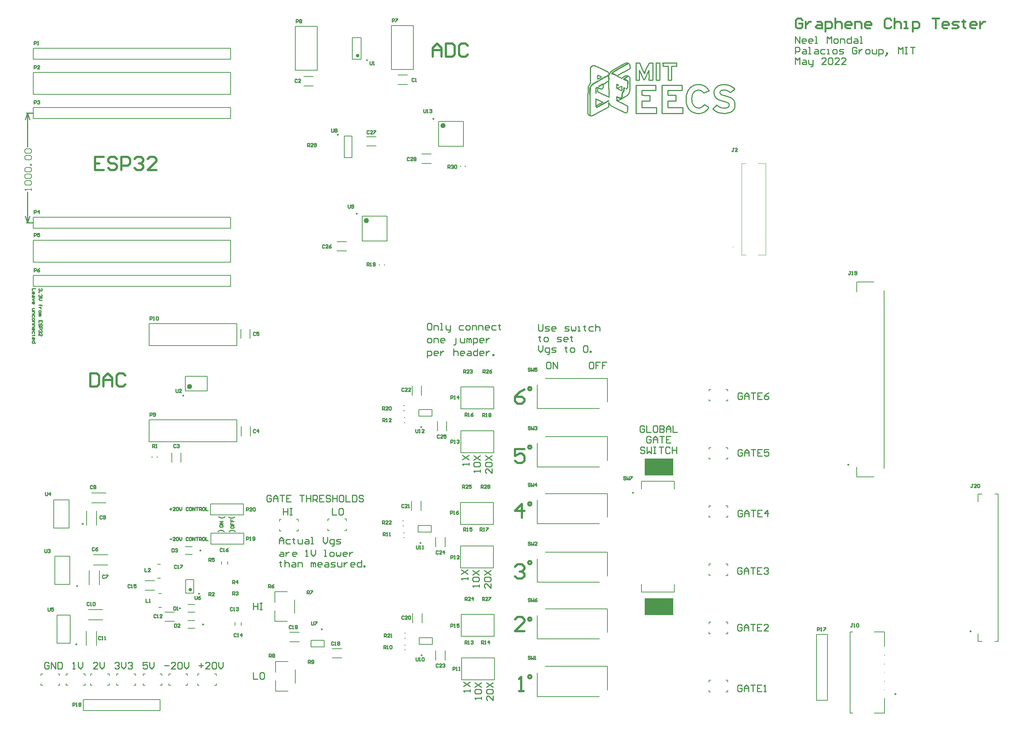
<source format=gto>
G04*
G04 #@! TF.GenerationSoftware,Altium Limited,Altium Designer,22.3.1 (43)*
G04*
G04 Layer_Color=65535*
%FSLAX25Y25*%
%MOIN*%
G70*
G04*
G04 #@! TF.SameCoordinates,28AED8AE-6D8B-4080-ADD8-9E34605278D5*
G04*
G04*
G04 #@! TF.FilePolarity,Positive*
G04*
G01*
G75*
%ADD10C,0.01000*%
%ADD11C,0.00984*%
%ADD12C,0.02362*%
%ADD13C,0.01575*%
%ADD14C,0.00394*%
%ADD15C,0.02000*%
%ADD16C,0.00787*%
%ADD17C,0.00600*%
%ADD18C,0.01500*%
%ADD19R,0.26300X0.15400*%
D10*
X187965Y191770D02*
G03*
X193622Y191714I2856J2800D01*
G01*
X178984Y191970D02*
G03*
X184641Y191914I2856J2800D01*
G01*
X183952Y178355D02*
G03*
X178296Y178411I-2856J-2800D01*
G01*
X194175Y178358D02*
G03*
X188519Y178413I-2856J-2800D01*
G01*
X641155Y585893D02*
G03*
X638749Y585892I-1200J-9898D01*
G01*
X643748Y585336D02*
G03*
X641155Y585893I-4354J-13972D01*
G01*
X646246Y584306D02*
G03*
X643748Y585336I-7008J-13440D01*
G01*
X648372Y582893D02*
G03*
X646246Y584306I-7715J-9307D01*
G01*
X646472Y579106D02*
G03*
X647697Y580296I-23239J25138D01*
G01*
X645788Y578676D02*
G03*
X646472Y579106I-802J2038D01*
G01*
X645257Y578698D02*
G03*
X645788Y578676I291J587D01*
G01*
X644719Y579124D02*
G03*
X645257Y578698I1267J1049D01*
G01*
X644719Y579124D02*
G03*
X643918Y579795I-2225J-1841D01*
G01*
X643918Y579795D02*
G03*
X642649Y580389I-4420J-7800D01*
G01*
X642649Y580389D02*
G03*
X641206Y580808I-3470J-9245D01*
G01*
X641206Y580808D02*
G03*
X639849Y580952I-1389J-6619D01*
G01*
Y580952D02*
G03*
X637864Y580700I-35J-7647D01*
G01*
X637864Y580700D02*
G03*
X636510Y579920I761J-2886D01*
G01*
X636510Y579920D02*
G03*
X636045Y578795I1132J-1128D01*
G01*
X636045Y578795D02*
G03*
X636454Y577545I2100J-4D01*
G01*
X636454Y577545D02*
G03*
X637092Y576941I2001J1476D01*
G01*
X637092Y576941D02*
G03*
X638037Y576450I2887J4403D01*
G01*
Y576450D02*
G03*
X639600Y575921I5917J14907D01*
G01*
D02*
G03*
X642612Y575101I47520J168490D01*
G01*
X646142Y573817D02*
G03*
X642612Y575101I-8735J-18515D01*
G01*
X648407Y572107D02*
G03*
X646142Y573817I-5229J-4575D01*
G01*
X649588Y569828D02*
G03*
X648407Y572107I-5237J-1268D01*
G01*
X649837Y566841D02*
G03*
X649588Y569828I-9713J695D01*
G01*
X649708Y565624D02*
G03*
X649837Y566841I-17853J2504D01*
G01*
X649509Y564685D02*
G03*
X649708Y565624I-6634J1897D01*
G01*
X649208Y563886D02*
G03*
X649509Y564685I-4727J2237D01*
G01*
X648769Y563108D02*
G03*
X649208Y563886I-5228J3460D01*
G01*
X645427Y560411D02*
G03*
X648769Y563108I-2578J6615D01*
G01*
X640290Y559395D02*
G03*
X645427Y560411I-284J14924D01*
G01*
X634866Y560208D02*
G03*
X640290Y559395I5112J15600D01*
G01*
X630706Y562764D02*
G03*
X634866Y560208I7433J7433D01*
G01*
X634341Y566331D02*
G03*
X634865Y565961I5285J6928D01*
G01*
Y565961D02*
G03*
X635499Y565569I8590J13171D01*
G01*
X635498Y565569D02*
G03*
X636137Y565214I7767J13238D01*
G01*
X636137Y565214D02*
G03*
X636676Y564961I3171J6048D01*
G01*
Y564961D02*
G03*
X638171Y564573I2110J5049D01*
G01*
Y564573D02*
G03*
X640242Y564464I1936J17128D01*
G01*
X640242Y564464D02*
G03*
X642237Y564593I-139J17666D01*
G01*
X642237Y564593D02*
G03*
X643334Y565013I-292J2404D01*
G01*
X643334Y565013D02*
G03*
X644264Y566046I-1777J2537D01*
G01*
X644264D02*
G03*
X644562Y567307I-2084J1158D01*
G01*
Y567307D02*
G03*
X644155Y568509I-2265J-97D01*
G01*
X644155D02*
G03*
X643146Y569384I-2249J-1573D01*
G01*
X643146Y569384D02*
G03*
X642588Y569620I-2007J-3965D01*
G01*
Y569620D02*
G03*
X641559Y569959I-13079J-37904D01*
G01*
D02*
G03*
X640347Y570323I-13337J-42328D01*
G01*
X640347Y570323D02*
G03*
X639092Y570661I-13496J-47516D01*
G01*
X635151Y571904D02*
G03*
X639092Y570661I13255J35168D01*
G01*
X632748Y573311D02*
G03*
X635151Y571904I5319J6329D01*
G01*
X631384Y575148D02*
G03*
X632748Y573311I4550J1954D01*
G01*
X630760Y577664D02*
G03*
X631384Y575148I7972J640D01*
G01*
X630702Y578879D02*
G03*
X630760Y577664I18712J282D01*
G01*
X630763Y579751D02*
G03*
X630702Y578879I5111J-795D01*
G01*
X630964Y580537D02*
G03*
X630763Y579751I3988J-1436D01*
G01*
X631349Y581453D02*
G03*
X630964Y580537I8517J-4123D01*
G01*
X632488Y583081D02*
G03*
X631349Y581453I4492J-4354D01*
G01*
X634155Y584404D02*
G03*
X632488Y583081I4213J-7023D01*
G01*
X636276Y585357D02*
G03*
X634155Y584404I2965J-9429D01*
G01*
X638749Y585892D02*
G03*
X636276Y585357I1672J-13719D01*
G01*
X617904Y585826D02*
G03*
X614684Y585753I-1279J-14562D01*
G01*
X620825Y585160D02*
G03*
X617904Y585826I-3883J-10289D01*
G01*
X623295Y583787D02*
G03*
X620825Y585160I-5887J-7680D01*
G01*
X625197Y581785D02*
G03*
X623295Y583787I-7268J-5001D01*
G01*
X623047Y578865D02*
G03*
X623928Y579272I-40966J89834D01*
G01*
X622280Y578522D02*
G03*
X623047Y578865I-22356J51045D01*
G01*
X621617Y578234D02*
G03*
X622280Y578522I-54201J125555D01*
G01*
X621504Y578210D02*
G03*
X621617Y578233I0J283D01*
G01*
X621411Y578247D02*
G03*
X621504Y578210I93J98D01*
G01*
X621141Y578511D02*
G03*
X621411Y578247I9006J8944D01*
G01*
X620828Y578842D02*
G03*
X621141Y578511I6867J6178D01*
G01*
X620487Y579235D02*
G03*
X620828Y578842I12013J10109D01*
G01*
X620487Y579235D02*
G03*
X618887Y580421I-3293J-2771D01*
G01*
Y580421D02*
G03*
X616814Y580860I-2146J-5015D01*
G01*
Y580860D02*
G03*
X614641Y580481I-80J-5961D01*
G01*
X614641Y580481D02*
G03*
X612763Y579338I2065J-5507D01*
G01*
X612763Y579338D02*
G03*
X611724Y578105I3988J-4414D01*
G01*
X611724D02*
G03*
X610983Y576568I6283J-3976D01*
G01*
X610983Y576568D02*
G03*
X610541Y574711I8978J-3118D01*
G01*
X610541Y574711D02*
G03*
X610395Y572520I16366J-2191D01*
G01*
X610395D02*
G03*
X610834Y569294I12082J-0D01*
G01*
X610834Y569294D02*
G03*
X612122Y566712I7277J2017D01*
G01*
X612122Y566712D02*
G03*
X614114Y565056I4657J3576D01*
G01*
X614114D02*
G03*
X616582Y564463I2468J4844D01*
G01*
D02*
G03*
X617804Y564591I-0J5917D01*
G01*
Y564591D02*
G03*
X618904Y564969I-981J4644D01*
G01*
X618904Y564969D02*
G03*
X619905Y565614I-2197J4505D01*
G01*
X619905Y565614D02*
G03*
X620835Y566537I-4666J5632D01*
G01*
X624588Y566011D02*
G03*
X623797Y566470I-10341J-16913D01*
G01*
X625255Y565571D02*
G03*
X624588Y566011I-6710J-9443D01*
G01*
X625774Y565183D02*
G03*
X625255Y565571I-8142J-10340D01*
G01*
X625861Y565004D02*
G03*
X625774Y565183I-228J-0D01*
G01*
X625815Y564808D02*
G03*
X625861Y565004I-398J196D01*
G01*
X625595Y564386D02*
G03*
X625815Y564808I-8725J4821D01*
G01*
X625303Y563891D02*
G03*
X625595Y564386I-8493J5348D01*
G01*
X624957Y563367D02*
G03*
X625303Y563891I-11737J8134D01*
G01*
X622489Y561030D02*
G03*
X624957Y563367I-4347J7060D01*
G01*
X619103Y559660D02*
G03*
X622489Y561030I-2356J10697D01*
G01*
X615306Y559444D02*
G03*
X619103Y559660I1230J11871D01*
G01*
X611660Y560438D02*
G03*
X615306Y559444I4844J10581D01*
G01*
X609258Y561972D02*
G03*
X611660Y560438I6689J7828D01*
G01*
X607361Y564109D02*
G03*
X609258Y561972I8647J5763D01*
G01*
X606004Y566842D02*
G03*
X607361Y564109I11371J3942D01*
G01*
X605196Y570137D02*
G03*
X606004Y566842I18062J2686D01*
G01*
X605256Y575672D02*
G03*
X605196Y570137I17286J-2956D01*
G01*
X607083Y580560D02*
G03*
X605256Y575672I11911J-7237D01*
G01*
X610390Y584082D02*
G03*
X607083Y580560I6694J-9598D01*
G01*
X614684Y585753D02*
G03*
X610390Y584082I1299J-9691D01*
G01*
X568047Y598301D02*
G03*
X567694Y597508I896458J-399242D01*
G01*
X568602Y599548D02*
G03*
X568047Y598301I5111088J-2277913D01*
G01*
X569232Y600961D02*
G03*
X568602Y599548I5790801J-2582658D01*
G01*
X569853Y602354D02*
G03*
X569232Y600961I5439200J-2427385D01*
G01*
X571326Y594424D02*
G03*
X571390Y596139I-80485J3850D01*
G01*
X571390Y596139D02*
G03*
X571399Y597528I-34922J925D01*
G01*
X571399Y597528D02*
G03*
X571371Y598599I-41324J-550D01*
G01*
X571371Y598599D02*
G03*
X571271Y598634I-57J-2D01*
G01*
X571271Y598634D02*
G03*
X571104Y598381I921J-789D01*
G01*
X571104D02*
G03*
X570483Y597111I212124J-104578D01*
G01*
X570483D02*
G03*
X569768Y595614I114579J-55637D01*
G01*
Y595614D02*
G03*
X568971Y593898I194202J-91198D01*
G01*
X567751Y591278D02*
G03*
X568971Y593898I-231295J109316D01*
G01*
X567215Y590324D02*
G03*
X567751Y591278I-6478J4269D01*
G01*
X566880Y590122D02*
G03*
X567214Y590324I-46J453D01*
G01*
X566593Y590290D02*
G03*
X566880Y590122I259J112D01*
G01*
X566593Y590290D02*
G03*
X566367Y590799I-34744J-15095D01*
G01*
X566367D02*
G03*
X565814Y592022I-846858J-382790D01*
G01*
X565814Y592022D02*
G03*
X565151Y593478I-796844J-361600D01*
G01*
X565151Y593478D02*
G03*
X564433Y595050I-1086315J-495339D01*
G01*
X532380Y569820D02*
G03*
X532374Y569874I-213J0D01*
G01*
X532374Y569874D02*
G03*
X532353Y569920I-149J-39D01*
G01*
X532353Y569920D02*
G03*
X532322Y569951I-93J-61D01*
G01*
X532322Y569951D02*
G03*
X532287Y569962I-36J-53D01*
G01*
X532287D02*
G03*
X531954Y569875I-0J-678D01*
G01*
X531954Y569875D02*
G03*
X527972Y567627I1504572J-2670180D01*
G01*
X527972Y567627D02*
G03*
X524087Y565424I857306J-1516180D01*
G01*
Y565424D02*
G03*
X523617Y565060I1041J-1830D01*
G01*
X523617Y565060D02*
G03*
X523646Y565012I21J-20D01*
G01*
X523646Y565012D02*
G03*
X523980Y565138I-951J3014D01*
G01*
X523980Y565138D02*
G03*
X524566Y565419I-4800J10789D01*
G01*
X524566Y565419D02*
G03*
X525335Y565824I-16892J32959D01*
G01*
X525335Y565824D02*
G03*
X528814Y567719I-541573J998204D01*
G01*
X528814Y567719D02*
G03*
X530856Y568857I-73222J133842D01*
G01*
X530856Y568857D02*
G03*
X532300Y569681I-151596J267302D01*
G01*
Y569681D02*
G03*
X532380Y569820I-80J139D01*
G01*
X534786Y571174D02*
G03*
X534738Y571271I-122J0D01*
G01*
X534738Y571271D02*
G03*
X534633Y571288I-68J-91D01*
G01*
Y571288D02*
G03*
X534390Y571183I523J-1548D01*
G01*
X534390Y571183D02*
G03*
X533669Y570796I41607J-78405D01*
G01*
X533669Y570796D02*
G03*
X532824Y570318I12682J-23378D01*
G01*
Y570318D02*
G03*
X532746Y570125I88J-148D01*
G01*
X532746Y570125D02*
G03*
X532898Y570054I106J28D01*
G01*
X532898Y570055D02*
G03*
X533755Y570478I-10729J22828D01*
G01*
Y570478D02*
G03*
X534150Y570694I-4437J8580D01*
G01*
X534150D02*
G03*
X534483Y570902I-2807J4858D01*
G01*
X534483Y570902D02*
G03*
X534743Y571087I-3553J5261D01*
G01*
Y571087D02*
G03*
X534786Y571174I-65J87D01*
G01*
X526042Y571309D02*
G03*
X524875Y571846I-263638J-570667D01*
G01*
Y571846D02*
G03*
X523886Y572299I-135112J-294027D01*
G01*
Y572299D02*
G03*
X522997Y572704I-1716214J-3768023D01*
G01*
Y572704D02*
G03*
X522967Y572709I-25J-55D01*
G01*
Y572709D02*
G03*
X522952Y572692I1J-17D01*
G01*
X522952Y572692D02*
G03*
X522934Y571522I3364382J-49964D01*
G01*
X522934Y571522D02*
G03*
X522919Y570218I222549J-3228D01*
G01*
X522919D02*
G03*
X522909Y568671I440158J-3804D01*
G01*
Y568671D02*
G03*
X522914Y567183I86181J-443D01*
G01*
Y567183D02*
G03*
X522951Y566104I24685J299D01*
G01*
D02*
G03*
X523010Y565600I4128J231D01*
G01*
X523010Y565600D02*
G03*
X523080Y565599I35J6D01*
G01*
X523322Y566166D02*
G03*
X523080Y565599I1231J-861D01*
G01*
X523812Y566704D02*
G03*
X523322Y566166I1851J-2174D01*
G01*
X524668Y567331D02*
G03*
X523812Y566704I3815J-6113D01*
G01*
X526175Y568235D02*
G03*
X524668Y567331I24644J-42805D01*
G01*
X523703Y582994D02*
G03*
X523910Y583130I-1170J2009D01*
G01*
X523910D02*
G03*
X524014Y583245I-230J312D01*
G01*
D02*
G03*
X524004Y583318I-51J30D01*
G01*
X524004D02*
G03*
X523916Y583355I-91J-92D01*
G01*
X523916D02*
G03*
X523384Y583156I-20J-757D01*
G01*
X523384Y583156D02*
G03*
X523019Y582598I911J-993D01*
G01*
X523019D02*
G03*
X522837Y581631I3280J-1119D01*
G01*
Y581631D02*
G03*
X522846Y580217I14097J-621D01*
G01*
X523096Y581509D02*
G03*
X523035Y580341I25229J-1895D01*
G01*
X523213Y582235D02*
G03*
X523096Y581509I4164J-1048D01*
G01*
X523406Y582701D02*
G03*
X523213Y582235I1490J-890D01*
G01*
X523703Y582994D02*
G03*
X523406Y582701I420J-721D01*
G01*
X527569Y585265D02*
G03*
X527521Y585362I-122J0D01*
G01*
X527521Y585362D02*
G03*
X527416Y585379I-68J-91D01*
G01*
Y585379D02*
G03*
X527173Y585274I523J-1548D01*
G01*
X527173Y585274D02*
G03*
X526452Y584887I41607J-78405D01*
G01*
X526452Y584887D02*
G03*
X525607Y584409I12682J-23378D01*
G01*
X525607Y584409D02*
G03*
X525528Y584216I88J-148D01*
G01*
X525528Y584216D02*
G03*
X525680Y584145I106J28D01*
G01*
X525680Y584145D02*
G03*
X526538Y584568I-10729J22828D01*
G01*
Y584568D02*
G03*
X526933Y584785I-4437J8580D01*
G01*
X526933Y584785D02*
G03*
X527266Y584993I-2807J4858D01*
G01*
X527266Y584993D02*
G03*
X527526Y585178I-3553J5261D01*
G01*
X527526Y585178D02*
G03*
X527569Y585265I-65J87D01*
G01*
X543557Y585148D02*
G03*
X543556Y585224I-37J37D01*
G01*
Y585223D02*
G03*
X543346Y585403I-2281J-2451D01*
G01*
X543346D02*
G03*
X543047Y585617I-2455J-3120D01*
G01*
X543047Y585617D02*
G03*
X542669Y585848I-4532J-7008D01*
G01*
X544030Y581518D02*
G03*
X544953Y581041I35943J68399D01*
G01*
X544953Y581041D02*
G03*
X545765Y580638I20251J39830D01*
G01*
X545765Y580638D02*
G03*
X546462Y580305I39074J80863D01*
G01*
D02*
G03*
X546607Y580272I146J308D01*
G01*
Y580272D02*
G03*
X546833Y580497I0J225D01*
G01*
X546833Y580497D02*
G03*
X546809Y582164I-44304J194D01*
G01*
X546809Y582164D02*
G03*
X546718Y583824I-38999J-1297D01*
G01*
X546718Y583824D02*
G03*
X546476Y584222I-512J-39D01*
G01*
X546476Y584222D02*
G03*
X546259Y584254I-146J-236D01*
G01*
X546259Y584254D02*
G03*
X545780Y584102I1350J-5088D01*
G01*
X545780D02*
G03*
X545202Y583853I2137J-5765D01*
G01*
X545202Y583853D02*
G03*
X544582Y583520I4273J-8684D01*
G01*
X543294Y582869D02*
G03*
X544582Y583520I-4555J10621D01*
G01*
X542554Y582841D02*
G03*
X543294Y582869I333J978D01*
G01*
X542132Y583304D02*
G03*
X542554Y582841I631J150D01*
G01*
X542003Y584398D02*
G03*
X542132Y583304I4721J0D01*
G01*
X542019Y585261D02*
G03*
X542003Y584398I24358J-863D01*
G01*
X542110Y585531D02*
G03*
X542019Y585261I407J-288D01*
G01*
X542300Y585593D02*
G03*
X542110Y585531I-53J-159D01*
G01*
X542720Y585412D02*
G03*
X542300Y585593I-1286J-2402D01*
G01*
X542720Y585412D02*
G03*
X543004Y585274I1984J3707D01*
G01*
Y585274D02*
G03*
X543262Y585176I1001J2264D01*
G01*
X543262Y585176D02*
G03*
X543471Y585122I608J1932D01*
G01*
Y585122D02*
G03*
X543557Y585148I19J93D01*
G01*
X529287Y586299D02*
G03*
X529230Y586408I-134J0D01*
G01*
X529230D02*
G03*
X529111Y586421I-71J-102D01*
G01*
X529111Y586421D02*
G03*
X528870Y586282I455J-1068D01*
G01*
X528870Y586282D02*
G03*
X528408Y585924I10777J-14387D01*
G01*
X528408Y585924D02*
G03*
X527948Y585554I97921J-122223D01*
G01*
X527948D02*
G03*
X527942Y585517I18J-22D01*
G01*
X527942Y585517D02*
G03*
X527980Y585507I25J16D01*
G01*
X527980Y585507D02*
G03*
X528514Y585764I-69256J144273D01*
G01*
Y585764D02*
G03*
X528810Y585920I-2334J4816D01*
G01*
X528810Y585920D02*
G03*
X529060Y586076I-1592J2821D01*
G01*
X529060D02*
G03*
X529249Y586217I-1709J2472D01*
G01*
X529249D02*
G03*
X529287Y586299I-66J81D01*
G01*
X534786Y581846D02*
G03*
X534780Y584668I-644964J-2D01*
G01*
Y584668D02*
G03*
X534761Y587043I-324735J-1417D01*
G01*
X534761Y587043D02*
G03*
X534735Y589168I-3934872J-46034D01*
G01*
X534736Y589168D02*
G03*
X534700Y589199I-32J-0D01*
G01*
D02*
G03*
X534637Y589179I18J-166D01*
G01*
X534637Y589179D02*
G03*
X533908Y588771I308764J-552380D01*
G01*
X533908D02*
G03*
X533084Y588305I63460J-113181D01*
G01*
X533084Y588305D02*
G03*
X532123Y587754I120508J-211287D01*
G01*
X529596Y583659D02*
G03*
X529631Y584551I-11295J892D01*
G01*
X529480Y583029D02*
G03*
X529596Y583659I-3006J877D01*
G01*
X529266Y582551D02*
G03*
X529480Y583029I-1614J1011D01*
G01*
X528931Y582151D02*
G03*
X529266Y582551I-1276J1409D01*
G01*
X528458Y581806D02*
G03*
X528931Y582151I-1386J2399D01*
G01*
X528072Y581725D02*
G03*
X528458Y581806I70J627D01*
G01*
X527560Y581867D02*
G03*
X528072Y581725I698J1533D01*
G01*
X526353Y582437D02*
G03*
X527560Y581867I20621J42043D01*
G01*
X525163Y589066D02*
G03*
X525065Y589146I-81J0D01*
G01*
Y589145D02*
G03*
X524769Y589044I266J-1252D01*
G01*
X524769Y589044D02*
G03*
X524127Y588708I5710J-11699D01*
G01*
X524127Y588708D02*
G03*
X522100Y587571I388948J-695762D01*
G01*
X522100Y587571D02*
G03*
X520637Y586698I16676J-29627D01*
G01*
X520637Y586698D02*
G03*
X519617Y585964I5511J-8736D01*
G01*
X519617Y585964D02*
G03*
X518859Y585241I4236J-5190D01*
G01*
X518859Y585241D02*
G03*
X518233Y584415I4775J-4271D01*
G01*
X517698Y576283D02*
G03*
X517594Y570478I784483J-16915D01*
G01*
X517827Y580282D02*
G03*
X517698Y576283I184260J-7975D01*
G01*
X517975Y583218D02*
G03*
X517827Y580282I211975J-12117D01*
G01*
X518174Y583881D02*
G03*
X517975Y583218I1285J-748D01*
G01*
X518845Y584772D02*
G03*
X518174Y583881I3416J-3269D01*
G01*
X519854Y585699D02*
G03*
X518845Y584772I6682J-8288D01*
G01*
X521185Y586658D02*
G03*
X519854Y585699I8187J-12764D01*
G01*
X522843Y587645D02*
G03*
X521185Y586658I13974J-25361D01*
G01*
X522843Y587645D02*
G03*
X523733Y588145I-27968J50755D01*
G01*
X523733Y588145D02*
G03*
X524482Y588590I-15372J26773D01*
G01*
X524482Y588590D02*
G03*
X525117Y588983I-43228J70592D01*
G01*
X525117Y588983D02*
G03*
X525163Y589066I-52J83D01*
G01*
X529946Y591837D02*
G03*
X529971Y591881I-47J56D01*
G01*
X529971D02*
G03*
X529955Y591917I-35J6D01*
G01*
Y591917D02*
G03*
X529886Y591939I-81J-134D01*
G01*
X529886Y591939D02*
G03*
X529774Y591940I-66J-841D01*
G01*
Y591940D02*
G03*
X529284Y591797I62J-1129D01*
G01*
Y591797D02*
G03*
X527786Y590937I38866J-69355D01*
G01*
Y590937D02*
G03*
X526349Y590059I27299J-46325D01*
G01*
X526349Y590059D02*
G03*
X525734Y589560I1782J-2818D01*
G01*
X525734Y589560D02*
G03*
X525789Y589486I33J-32D01*
G01*
Y589486D02*
G03*
X527524Y590409I-66466J127037D01*
G01*
X527524D02*
G03*
X529291Y591384I-58544J108263D01*
G01*
X529291Y591384D02*
G03*
X529946Y591837I-2091J3720D01*
G01*
X550559Y592238D02*
G03*
X551275Y592652I-14326J25609D01*
G01*
Y592652D02*
G03*
X551819Y592999I-5651J9466D01*
G01*
X551819Y592999D02*
G03*
X552164Y593252I-3298J4855D01*
G01*
X552164D02*
G03*
X552142Y593314I-21J27D01*
G01*
X552142Y593314D02*
G03*
X551923Y593265I4J-534D01*
G01*
X551923Y593265D02*
G03*
X551315Y592977I10793J-23547D01*
G01*
Y592977D02*
G03*
X550596Y592607I9429J-19236D01*
G01*
Y592607D02*
G03*
X549808Y592170I15616J-29030D01*
G01*
X551945Y584552D02*
G03*
X551970Y586266I-59433J1714D01*
G01*
X551842Y583681D02*
G03*
X551945Y584552I-4787J1012D01*
G01*
X551614Y583110D02*
G03*
X551842Y583681I-1540J945D01*
G01*
X551197Y582609D02*
G03*
X551614Y583110I-1518J1688D01*
G01*
X551283Y582423D02*
G03*
X551771Y582831I-1019J1715D01*
G01*
D02*
G03*
X552020Y583320I-857J744D01*
G01*
D02*
G03*
X552122Y584146I-3940J907D01*
G01*
Y584146D02*
G03*
X552142Y586157I-99829J2011D01*
G01*
X532380Y593169D02*
G03*
X532332Y593266I-122J0D01*
G01*
X532332Y593266D02*
G03*
X532227Y593283I-68J-91D01*
G01*
Y593283D02*
G03*
X531984Y593179I523J-1548D01*
G01*
Y593179D02*
G03*
X531263Y592792I41607J-78405D01*
G01*
X531263Y592792D02*
G03*
X530419Y592313I12682J-23378D01*
G01*
X530419Y592313D02*
G03*
X530340Y592120I88J-148D01*
G01*
X530340Y592120D02*
G03*
X530492Y592050I106J28D01*
G01*
X530492Y592050D02*
G03*
X531349Y592473I-10729J22828D01*
G01*
X531349Y592473D02*
G03*
X531744Y592689I-4437J8580D01*
G01*
D02*
G03*
X532078Y592897I-2807J4858D01*
G01*
Y592897D02*
G03*
X532337Y593082I-3553J5261D01*
G01*
X532337Y593082D02*
G03*
X532380Y593169I-65J87D01*
G01*
X526338Y593688D02*
G03*
X525724Y593947I-21362J-49833D01*
G01*
X525724D02*
G03*
X525183Y594165I-12183J-29415D01*
G01*
X525183Y594165D02*
G03*
X524720Y594345I-22039J-56085D01*
G01*
X524720Y594345D02*
G03*
X524619Y594363I-101J-264D01*
G01*
X524619Y594363D02*
G03*
X524562Y594312I-0J-58D01*
G01*
X524562D02*
G03*
X524518Y593858I17174J-1890D01*
G01*
X524518Y593858D02*
G03*
X524486Y593304I10663J-889D01*
G01*
X524486D02*
G03*
X524476Y592645I21049J-659D01*
G01*
D02*
G03*
X524492Y591986I13251J0D01*
G01*
X524492Y591986D02*
G03*
X524543Y591431I6793J338D01*
G01*
X524543Y591431D02*
G03*
X524614Y591000I6930J918D01*
G01*
X524614Y591000D02*
G03*
X524703Y590926I90J18D01*
G01*
X524703D02*
G03*
X525100Y591032I-0J800D01*
G01*
X525100D02*
G03*
X526433Y591810I-38694J67791D01*
G01*
Y591810D02*
G03*
X527797Y592637I-65025J108864D01*
G01*
X527797Y592636D02*
G03*
X527913Y592843I-127J207D01*
G01*
Y592843D02*
G03*
X527861Y592933I-104J0D01*
G01*
Y592933D02*
G03*
X527450Y593161I-7925J-13785D01*
G01*
X527450Y593161D02*
G03*
X526941Y593417I-5051J-9419D01*
G01*
X526941Y593417D02*
G03*
X526338Y593688I-8264J-17600D01*
G01*
X534719Y592043D02*
G03*
X534739Y593064I-84739J2143D01*
G01*
X534739Y593064D02*
G03*
X534741Y593920I-42299J559D01*
G01*
Y593921D02*
G03*
X534734Y594664I-177466J-1243D01*
G01*
X534734Y594664D02*
G03*
X534700Y594693I-29J-0D01*
G01*
X534700D02*
G03*
X534364Y594575I158J-988D01*
G01*
X534364Y594575D02*
G03*
X533596Y594121I13414J-23574D01*
G01*
X533596Y594121D02*
G03*
X532803Y593625I28027J-45689D01*
G01*
Y593625D02*
G03*
X532724Y593481I92J-144D01*
G01*
Y593481D02*
G03*
X532769Y593438I43J0D01*
G01*
X532769D02*
G03*
X532919Y593463I-43J728D01*
G01*
D02*
G03*
X533134Y593539I-412J1498D01*
G01*
X533134Y593539D02*
G03*
X533389Y593664I-1496J3396D01*
G01*
X533657Y593800D02*
G03*
X533389Y593664I3180J-6578D01*
G01*
X533911Y593915D02*
G03*
X533657Y593800I2121J-5030D01*
G01*
X534127Y594001D02*
G03*
X533911Y593915I1822J-4916D01*
G01*
X534232Y594020D02*
G03*
X534127Y594001I-0J-303D01*
G01*
X534307Y593955D02*
G03*
X534232Y594020I-75J-11D01*
G01*
X534394Y593338D02*
G03*
X534307Y593955I-27786J-3580D01*
G01*
X534472Y592589D02*
G03*
X534394Y593338I-15780J-1275D01*
G01*
X534531Y591700D02*
G03*
X534472Y592589I-30900J-1601D01*
G01*
X551455Y604365D02*
G03*
X551950Y604611I-4288J9256D01*
G01*
X551950Y604611D02*
G03*
X552274Y604817I-1166J2198D01*
G01*
X552274Y604817D02*
G03*
X552363Y604940I-151J202D01*
G01*
D02*
G03*
X552314Y605009I-49J16D01*
G01*
X552314Y605009D02*
G03*
X551367Y604765I-23J-1870D01*
G01*
X551367Y604765D02*
G03*
X545377Y601341I616713J-1086019D01*
G01*
X545377Y601341D02*
G03*
X539696Y598032I302087J-525199D01*
G01*
X539696D02*
G03*
X538137Y596854I4347J-7371D01*
G01*
X538137Y596854D02*
G03*
X537502Y596199I7879J-8263D01*
G01*
X537502Y596199D02*
G03*
X537233Y595751I1046J-934D01*
G01*
Y595751D02*
G03*
X537330Y595574I126J-46D01*
G01*
X537330D02*
G03*
X537673Y595600I127J588D01*
G01*
X537961Y595621D02*
G03*
X537673Y595600I-110J-486D01*
G01*
X538537Y595465D02*
G03*
X537961Y595621I-2121J-6670D01*
G01*
X539221Y595212D02*
G03*
X538537Y595465I-3121J-7413D01*
G01*
X539941Y594879D02*
G03*
X539221Y595212I-5088J-10040D01*
G01*
X539941Y594879D02*
G03*
X540638Y594544I8491J16757D01*
G01*
X540638Y594544D02*
G03*
X541251Y594287I4274J9373D01*
G01*
X541251Y594287D02*
G03*
X541760Y594106I4656J12245D01*
G01*
X541760Y594106D02*
G03*
X541892Y594137I41J122D01*
G01*
Y594137D02*
G03*
X541881Y594237I-45J45D01*
G01*
X541881D02*
G03*
X541388Y594531I-7645J-12235D01*
G01*
X541388Y594531D02*
G03*
X540744Y594873I-5861J-10268D01*
G01*
Y594873D02*
G03*
X539947Y595247I-11036J-22439D01*
G01*
X538610Y595865D02*
G03*
X539947Y595247I29591J62341D01*
G01*
X538220Y596147D02*
G03*
X538610Y595865I958J916D01*
G01*
X538179Y596421D02*
G03*
X538220Y596147I213J-109D01*
G01*
X538460Y596804D02*
G03*
X538179Y596421I1032J-1052D01*
G01*
X539440Y597555D02*
G03*
X538460Y596804I2591J-4392D01*
G01*
X544364Y600440D02*
G03*
X539440Y597555I485158J-833686D01*
G01*
X549069Y603140D02*
G03*
X544364Y600440I222908J-393824D01*
G01*
X551455Y604365D02*
G03*
X549069Y603140I13876J-29957D01*
G01*
X546038Y603331D02*
G03*
X543426Y601867I69827J-127671D01*
G01*
X548381Y604567D02*
G03*
X546038Y603331I40441J-79459D01*
G01*
X550371Y605558D02*
G03*
X548381Y604567I57513J-117906D01*
G01*
X550948Y605695D02*
G03*
X550371Y605558I15J-1351D01*
G01*
X551646Y605583D02*
G03*
X550948Y605695I-675J-1967D01*
G01*
X552483Y605217D02*
G03*
X551646Y605583I-2660J-4945D01*
G01*
X553258Y604715D02*
G03*
X552483Y605217I-3472J-4511D01*
G01*
X553769Y604178D02*
G03*
X553258Y604715I-1986J-1379D01*
G01*
X553868Y603945D02*
G03*
X553769Y604178I-606J-119D01*
G01*
X553949Y603448D02*
G03*
X553868Y603945I-7767J-1014D01*
G01*
X554006Y602847D02*
G03*
X553949Y603448I-8697J-527D01*
G01*
X554027Y602203D02*
G03*
X554006Y602847I-11251J-37D01*
G01*
X548190Y597264D02*
G03*
X545951Y595973I118685J-208359D01*
G01*
X545951D02*
G03*
X544067Y594851I62872J-107664D01*
G01*
X544067Y594851D02*
G03*
X542427Y593850I287074J-472316D01*
G01*
X542427Y593850D02*
G03*
X542358Y593720I75J-122D01*
G01*
X542359D02*
G03*
X542428Y593605I143J8D01*
G01*
X542428Y593605D02*
G03*
X542944Y593308I10570J17750D01*
G01*
X542944Y593308D02*
G03*
X543581Y592974I6759J12131D01*
G01*
X543581Y592974D02*
G03*
X544335Y592619I10991J22376D01*
G01*
X548977Y593297D02*
G03*
X548190Y592864I5703J-11299D01*
G01*
X549780Y593665D02*
G03*
X548977Y593297I4517J-10906D01*
G01*
X550493Y593929D02*
G03*
X549780Y593665I3178J-9659D01*
G01*
X550949Y594006D02*
G03*
X550493Y593929I24J-1534D01*
G01*
X551646Y593896D02*
G03*
X550948Y594006I-665J-1952D01*
G01*
X552482Y593532D02*
G03*
X551646Y593896I-2634J-4910D01*
G01*
X553257Y593031D02*
G03*
X552482Y593532I-3448J-4482D01*
G01*
X553769Y592493D02*
G03*
X553257Y593031I-1989J-1381D01*
G01*
X553871Y592193D02*
G03*
X553769Y592493I-573J-27D01*
G01*
X553949Y590390D02*
G03*
X553871Y592193I-199279J-7728D01*
G01*
X554007Y588280D02*
G03*
X553949Y590390I-92034J-1457D01*
G01*
X554027Y585846D02*
G03*
X554007Y588280I-162427J-136D01*
G01*
X553881Y580235D02*
G03*
X554027Y585846I-104165J5523D01*
G01*
X553195Y577787D02*
G03*
X553881Y580235I-5128J2756D01*
G01*
X551552Y575976D02*
G03*
X553195Y577788I-2828J4215D01*
G01*
X547307Y573343D02*
G03*
X551552Y575976I-34556J60458D01*
G01*
X545082Y572098D02*
G03*
X547307Y573343I-66928J122237D01*
G01*
X543904Y571538D02*
G03*
X545082Y572098I-4299J10563D01*
G01*
X543159Y571337D02*
G03*
X543904Y571538I-446J3126D01*
G01*
X542645Y571445D02*
G03*
X543159Y571337I406J650D01*
G01*
X542359Y571704D02*
G03*
X542645Y571445I866J670D01*
G01*
X542159Y572061D02*
G03*
X542359Y571704I1298J492D01*
G01*
X542041Y572534D02*
G03*
X542159Y572061I2041J257D01*
G01*
X542003Y573138D02*
G03*
X542041Y572534I4843J-0D01*
G01*
X542017Y573633D02*
G03*
X542003Y573138I9172J-495D01*
G01*
X542058Y574050D02*
G03*
X542017Y573633I4681J-672D01*
G01*
X542116Y574371D02*
G03*
X542058Y574050I4413J-962D01*
G01*
X542189Y574430D02*
G03*
X542116Y574371I0J-75D01*
G01*
X542313Y574404D02*
G03*
X542189Y574430I-124J-288D01*
G01*
X542734Y574219D02*
G03*
X542313Y574404I-11402J-25297D01*
G01*
X543230Y573986D02*
G03*
X542734Y574219I-8426J-17356D01*
G01*
X543783Y573711D02*
G03*
X543230Y573986I-14164J-27764D01*
G01*
X543783Y573711D02*
G03*
X544703Y573267I10792J21155D01*
G01*
X544703Y573267D02*
G03*
X545127Y573170I448J979D01*
G01*
Y573169D02*
G03*
X545498Y573267I15J698D01*
G01*
X545498D02*
G03*
X546090Y573660I-3444J5814D01*
G01*
X546090Y573660D02*
G03*
X546567Y574107I-1757J2360D01*
G01*
X546567Y574107D02*
G03*
X546845Y574585I-1165J997D01*
G01*
X546845Y574585D02*
G03*
X547000Y575261I-2700J972D01*
G01*
X547000D02*
G03*
X547089Y576438I-21439J2221D01*
G01*
X547171Y577531D02*
G03*
X547089Y576438I21004J-2115D01*
G01*
X547306Y578194D02*
G03*
X547170Y577531I3181J-996D01*
G01*
X547525Y578619D02*
G03*
X547306Y578194I1109J-841D01*
G01*
X547862Y578906D02*
G03*
X547525Y578619I489J-914D01*
G01*
X547862Y578906D02*
G03*
X548190Y579173I-528J986D01*
G01*
X548190Y579173D02*
G03*
X548395Y579541I-845J711D01*
G01*
X548395Y579541D02*
G03*
X548503Y580091I-2177J711D01*
G01*
X548503Y580091D02*
G03*
X548533Y580961I-12359J870D01*
G01*
X548552Y581910D02*
G03*
X548533Y580961I24016J-949D01*
G01*
X548640Y582322D02*
G03*
X548552Y581910I1151J-461D01*
G01*
X548826Y582478D02*
G03*
X548640Y582322I55J-253D01*
G01*
X549135Y582463D02*
G03*
X548825Y582478I-183J-570D01*
G01*
X549135Y582463D02*
G03*
X549486Y582353I7094J22053D01*
G01*
X549486D02*
G03*
X549531Y582373I11J37D01*
G01*
X549531Y582373D02*
G03*
X549519Y582422I-36J17D01*
G01*
X549519Y582422D02*
G03*
X549221Y582641I-14126J-19001D01*
G01*
X549221Y582641D02*
G03*
X548668Y582945I-1549J-2153D01*
G01*
X548668Y582945D02*
G03*
X548372Y582857I-93J-229D01*
G01*
X548372Y582857D02*
G03*
X548219Y582406I709J-492D01*
G01*
X548219Y582406D02*
G03*
X548190Y581155I26734J-1251D01*
G01*
X548164Y580139D02*
G03*
X548190Y581155I-20022J1016D01*
G01*
X548062Y579594D02*
G03*
X548164Y580139I-1975J651D01*
G01*
X547854Y579273D02*
G03*
X548062Y579594I-509J557D01*
G01*
X547502Y579070D02*
G03*
X547854Y579273I-286J902D01*
G01*
X547502Y579070D02*
G03*
X547144Y578854I272J-857D01*
G01*
X547144Y578854D02*
G03*
X546937Y578505I559J-569D01*
G01*
X546937Y578505D02*
G03*
X546838Y577894I2472J-711D01*
G01*
D02*
G03*
X546815Y576680I31406J-1214D01*
G01*
X546787Y575424D02*
G03*
X546815Y576680I-28257J1255D01*
G01*
X546673Y574776D02*
G03*
X546787Y575424I-2429J762D01*
G01*
X546423Y574342D02*
G03*
X546673Y574776I-847J778D01*
G01*
X545958Y573947D02*
G03*
X546423Y574342I-1352J2064D01*
G01*
X545404Y573653D02*
G03*
X545958Y573947I-1331J3169D01*
G01*
X544975Y573593D02*
G03*
X545404Y573653I101J841D01*
G01*
X544449Y573741D02*
G03*
X544975Y573593I737J1608D01*
G01*
X543380Y574257D02*
G03*
X544449Y573741I13747J27128D01*
G01*
X551881Y562126D02*
G03*
X551970Y563851I-16711J1726D01*
G01*
X551588Y560943D02*
G03*
X551881Y562126I-4038J1630D01*
G01*
X551095Y560251D02*
G03*
X551588Y560943I-1199J1375D01*
G01*
X550413Y559995D02*
G03*
X551095Y560251I-0J1037D01*
G01*
X549408Y560228D02*
G03*
X550413Y559995I1005J2056D01*
G01*
X543190Y563288D02*
G03*
X549408Y560228I589752J1190562D01*
G01*
X537034Y566360D02*
G03*
X543190Y563288I526594J1047547D01*
G01*
X536118Y567077D02*
G03*
X537034Y566360I2243J1922D01*
G01*
X535867Y567398D02*
G03*
X536118Y567077I3633J2578D01*
G01*
X535572Y567834D02*
G03*
X535867Y567398I10265J6639D01*
G01*
X535281Y568304D02*
G03*
X535572Y567834I11196J6583D01*
G01*
X535043Y568739D02*
G03*
X535281Y568304I7490J3827D01*
G01*
X535043Y568739D02*
G03*
X534702Y569373I-15201J-7770D01*
G01*
X534702D02*
G03*
X534597Y569369I-52J-29D01*
G01*
X534597Y569369D02*
G03*
X534545Y569132I477J-229D01*
G01*
X534545Y569132D02*
G03*
X534570Y567757I182565J2671D01*
G01*
X524095Y559749D02*
G03*
X527225Y561514I-102031J184588D01*
G01*
X521567Y558406D02*
G03*
X524095Y559749I-39010J76492D01*
G01*
X519565Y557415D02*
G03*
X521567Y558406I-39740J82838D01*
G01*
X518874Y557255D02*
G03*
X519565Y557415I-15J1633D01*
G01*
X517751Y557401D02*
G03*
X518874Y557255I1086J3953D01*
G01*
X516778Y557849D02*
G03*
X517751Y557401I1847J2732D01*
G01*
X516069Y558541D02*
G03*
X516778Y557849I2261J1605D01*
G01*
X515708Y559395D02*
G03*
X516069Y558541I2117J393D01*
G01*
X515628Y560203D02*
G03*
X515708Y559395I4769J62D01*
G01*
X515593Y563633D02*
G03*
X515628Y560203I686527J5405D01*
G01*
X515581Y567674D02*
G03*
X515593Y563633I404279J-855D01*
G01*
X515606Y572255D02*
G03*
X515581Y567674I666164J-5989D01*
G01*
X519467Y602750D02*
G03*
X519003Y602409I2337J-3670D01*
G01*
X519986Y603038D02*
G03*
X519467Y602750I2120J-4430D01*
G01*
X520481Y603237D02*
G03*
X519986Y603038I1334J-4023D01*
G01*
X520863Y603299D02*
G03*
X520481Y603237I0J-1212D01*
G01*
X521405Y603193D02*
G03*
X520863Y603299I-542J-1331D01*
G01*
X523331Y602391D02*
G03*
X521405Y603193I-56160J-132277D01*
G01*
X525600Y601393D02*
G03*
X523331Y602391I-39841J-87501D01*
G01*
X528139Y600209D02*
G03*
X525600Y601393I-67365J-141185D01*
G01*
X532214Y598243D02*
G03*
X528139Y600210I-225470J-462043D01*
G01*
X533718Y597405D02*
G03*
X532214Y598243I-8449J-13394D01*
G01*
X534428Y596774D02*
G03*
X533718Y597405I-2262J-1829D01*
G01*
X534724Y596056D02*
G03*
X534428Y596774I-1358J-140D01*
G01*
X536607Y597501D02*
G03*
X535803Y596520I3642J-3801D01*
G01*
X537752Y598442D02*
G03*
X536607Y597501I5591J-7971D01*
G01*
X539655Y599670D02*
G03*
X537752Y598442I14826J-25076D01*
G01*
X543426Y601867D02*
G03*
X539655Y599670I168729J-293964D01*
G01*
X583245Y572540D02*
Y585428D01*
X592352D01*
X601460D01*
Y583022D02*
Y585428D01*
Y580616D02*
Y583022D01*
X594930Y580616D02*
X601460D01*
X588400D02*
X594930D01*
X588400Y578382D02*
Y580616D01*
Y576148D02*
Y578382D01*
Y576148D02*
X592180D01*
X595961D01*
Y573571D02*
Y576148D01*
Y570993D02*
Y573571D01*
X592180Y570993D02*
X595961D01*
X588400D02*
X592180D01*
X588400Y567900D02*
Y570993D01*
Y564807D02*
Y567900D01*
Y564807D02*
X595274D01*
X602147D01*
Y562229D02*
Y564807D01*
Y559652D02*
Y562229D01*
X592696Y559652D02*
X602147D01*
X583245D02*
X592696D01*
X583245D02*
Y572540D01*
X559531D02*
Y585428D01*
X568467D01*
X577402D01*
Y583022D02*
Y585428D01*
Y580616D02*
Y583022D01*
X571044Y580616D02*
X577402D01*
X564686D02*
X571044D01*
X564686Y578394D02*
Y580616D01*
Y576171D02*
Y578394D01*
Y576171D02*
X568381Y576074D01*
X572075Y575976D01*
X572176Y573485D01*
X572277Y570993D01*
X568482D02*
X572277D01*
X564686D02*
X568482D01*
X564686Y567900D02*
Y570993D01*
Y564807D02*
Y567900D01*
Y564807D02*
X571388D01*
X578090D01*
Y562229D02*
Y564807D01*
Y559652D02*
Y562229D01*
X568810Y559652D02*
X578090D01*
X559531D02*
X568810D01*
X559531D02*
Y572540D01*
X648372Y582893D02*
X649403Y582039D01*
X647697Y580296D02*
X649403Y582039D01*
X629542Y563928D02*
X630706Y562764D01*
X629542Y563928D02*
X631370Y565565D01*
X633198Y567203D01*
X634341Y566331D01*
X625197Y581785D02*
X626196Y580333D01*
X623928Y579272D02*
X626196Y580333D01*
X620835Y566537D02*
X621733Y567605D01*
X623797Y566470D01*
X583881Y605705D02*
X584003Y604244D01*
X583881Y605705D02*
X590265D01*
X596648D01*
Y604158D02*
Y605705D01*
Y602611D02*
Y604158D01*
X594242Y602611D02*
X596648D01*
X591837D02*
X594242D01*
X591837Y596253D02*
Y602611D01*
Y589895D02*
Y596253D01*
X590290Y589895D02*
X591837D01*
X588744D02*
X590290D01*
X588744D02*
Y596238D01*
Y602580D01*
X586434Y602682D02*
X588744Y602580D01*
X584124Y602783D02*
X586434Y602682D01*
X584003Y604244D02*
X584124Y602783D01*
X577746Y597800D02*
Y605705D01*
X579464D01*
X581183D01*
Y597800D02*
Y605705D01*
Y589895D02*
Y597800D01*
X579464Y589895D02*
X581183D01*
X577746D02*
X579464D01*
X577746D02*
Y597800D01*
X559531Y597819D02*
Y605742D01*
X561117Y605638D01*
X562704Y605533D01*
X564867Y600773D01*
X567030Y596014D01*
X567694Y597508D01*
X569853Y602354D02*
X571349Y605705D01*
X573001D01*
X574653D01*
Y597800D02*
Y605705D01*
Y589895D02*
Y597800D01*
X572881Y589895D02*
X574653D01*
X571110D02*
X572881D01*
X571110D02*
X571326Y594424D01*
X562624Y599002D02*
X564433Y595050D01*
X562624Y594449D02*
Y599002D01*
Y589895D02*
Y594449D01*
X561078Y589895D02*
X562624D01*
X559531D02*
X561078D01*
X559531D02*
Y597819D01*
X526176Y568235D02*
X529078Y569906D01*
X526042Y571309D02*
X529078Y569906D01*
X522846Y580217D02*
X522969Y578039D01*
X523035Y580341D01*
X541660Y586427D02*
X542669Y585848D01*
X541660Y584595D02*
Y586427D01*
Y582763D02*
Y584595D01*
Y582763D02*
X544030Y581518D01*
X529631Y586317D02*
X532123Y587754D01*
X529631Y584551D02*
Y586317D01*
X524476Y583358D02*
X526353Y582437D01*
X524476Y583358D02*
X524480Y581386D01*
X524483Y579413D01*
X529635Y576949D01*
X534786Y574484D01*
Y581846D01*
X517259Y582887D02*
X518233Y584415D01*
X517259Y582887D02*
X517336Y570324D01*
X517414Y557761D01*
X517594Y570478D01*
X547819Y591028D02*
X549808Y592170D01*
X547819Y591028D02*
X549894Y590128D01*
X551970Y589228D01*
Y586266D02*
Y589228D01*
X550424Y581913D02*
X551197Y582609D01*
X550424Y581913D02*
X551283Y582423D01*
X552142Y586157D02*
Y589380D01*
X550387Y590270D02*
X552142Y589380D01*
X548632Y591160D02*
X550387Y590270D01*
X548632Y591160D02*
X550559Y592238D01*
X534531Y591700D02*
X534652Y589380D01*
X534719Y592043D01*
X554027Y602203D02*
X554032Y600592D01*
X548190Y597264D02*
X554032Y600592D01*
X544335Y592619D02*
X546299Y591735D01*
X548190Y592864D01*
X541660Y575129D02*
X543380Y574257D01*
X541660Y573293D02*
Y575129D01*
Y571457D02*
Y573293D01*
Y571457D02*
X546815Y568954D01*
X551970Y566451D01*
Y563851D02*
Y566451D01*
X534570Y567757D02*
X534614Y565764D01*
X527225Y561514D02*
X534614Y565764D01*
X515606Y572255D02*
X515712Y583998D01*
X516829Y585582D01*
X517946Y587166D01*
Y594343D01*
Y601519D01*
X519003Y602409D01*
X534724Y596056D02*
X534834Y594992D01*
X535803Y596520D01*
X2400Y466045D02*
X4400Y460045D01*
X6400Y466045D01*
X4400Y560045D02*
X6400Y554045D01*
X2400D02*
X4400Y560045D01*
Y460045D02*
Y487851D01*
Y529039D02*
Y560045D01*
X3400Y460045D02*
X9947D01*
X3400Y560045D02*
X9947D01*
X234200Y167400D02*
Y171399D01*
X236199Y173398D01*
X238199Y171399D01*
Y167400D01*
Y170399D01*
X234200D01*
X244197Y171399D02*
X241198D01*
X240198Y170399D01*
Y168400D01*
X241198Y167400D01*
X244197D01*
X247196Y172398D02*
Y171399D01*
X246196D01*
X248196D01*
X247196D01*
Y168400D01*
X248196Y167400D01*
X251195Y171399D02*
Y168400D01*
X252194Y167400D01*
X255193D01*
Y171399D01*
X258192D02*
X260192D01*
X261191Y170399D01*
Y167400D01*
X258192D01*
X257193Y168400D01*
X258192Y169399D01*
X261191D01*
X263191Y167400D02*
X265190D01*
X264190D01*
Y173398D01*
X263191D01*
X274187D02*
Y169399D01*
X276186Y167400D01*
X278186Y169399D01*
Y173398D01*
X282185Y165401D02*
X283184D01*
X284184Y166400D01*
Y171399D01*
X281185D01*
X280185Y170399D01*
Y168400D01*
X281185Y167400D01*
X284184D01*
X286183D02*
X289182D01*
X290182Y168400D01*
X289182Y169399D01*
X287183D01*
X286183Y170399D01*
X287183Y171399D01*
X290182D01*
X235200Y159801D02*
X237199D01*
X238199Y158802D01*
Y155803D01*
X235200D01*
X234200Y156802D01*
X235200Y157802D01*
X238199D01*
X240198Y159801D02*
Y155803D01*
Y157802D01*
X241198Y158802D01*
X242197Y159801D01*
X243197D01*
X249195Y155803D02*
X247196D01*
X246196Y156802D01*
Y158802D01*
X247196Y159801D01*
X249195D01*
X250195Y158802D01*
Y157802D01*
X246196D01*
X258192Y155803D02*
X260192D01*
X259192D01*
Y161801D01*
X258192Y160801D01*
X263191Y161801D02*
Y157802D01*
X265190Y155803D01*
X267189Y157802D01*
Y161801D01*
X275187Y155803D02*
X277186D01*
X276186D01*
Y161801D01*
X275187D01*
X281185Y155803D02*
X283184D01*
X284184Y156802D01*
Y158802D01*
X283184Y159801D01*
X281185D01*
X280185Y158802D01*
Y156802D01*
X281185Y155803D01*
X286183Y159801D02*
Y156802D01*
X287183Y155803D01*
X288182Y156802D01*
X289182Y155803D01*
X290182Y156802D01*
Y159801D01*
X295180Y155803D02*
X293181D01*
X292181Y156802D01*
Y158802D01*
X293181Y159801D01*
X295180D01*
X296180Y158802D01*
Y157802D01*
X292181D01*
X298179Y159801D02*
Y155803D01*
Y157802D01*
X299179Y158802D01*
X300179Y159801D01*
X301178D01*
X235200Y151204D02*
Y150204D01*
X234200D01*
X236199D01*
X235200D01*
Y147205D01*
X236199Y146205D01*
X239198Y152203D02*
Y146205D01*
Y149204D01*
X240198Y150204D01*
X242197D01*
X243197Y149204D01*
Y146205D01*
X246196Y150204D02*
X248196D01*
X249195Y149204D01*
Y146205D01*
X246196D01*
X245196Y147205D01*
X246196Y148205D01*
X249195D01*
X251195Y146205D02*
Y150204D01*
X254193D01*
X255193Y149204D01*
Y146205D01*
X263191D02*
Y150204D01*
X264190D01*
X265190Y149204D01*
Y146205D01*
Y149204D01*
X266190Y150204D01*
X267189Y149204D01*
Y146205D01*
X272188D02*
X270188D01*
X269189Y147205D01*
Y149204D01*
X270188Y150204D01*
X272188D01*
X273187Y149204D01*
Y148205D01*
X269189D01*
X276186Y150204D02*
X278186D01*
X279185Y149204D01*
Y146205D01*
X276186D01*
X275187Y147205D01*
X276186Y148205D01*
X279185D01*
X281185Y146205D02*
X284184D01*
X285184Y147205D01*
X284184Y148205D01*
X282185D01*
X281185Y149204D01*
X282185Y150204D01*
X285184D01*
X287183D02*
Y147205D01*
X288182Y146205D01*
X291182D01*
Y150204D01*
X293181D02*
Y146205D01*
Y148205D01*
X294181Y149204D01*
X295180Y150204D01*
X296180D01*
X302178Y146205D02*
X300179D01*
X299179Y147205D01*
Y149204D01*
X300179Y150204D01*
X302178D01*
X303178Y149204D01*
Y148205D01*
X299179D01*
X309176Y152203D02*
Y146205D01*
X306177D01*
X305177Y147205D01*
Y149204D01*
X306177Y150204D01*
X309176D01*
X311175Y146205D02*
Y147205D01*
X312175D01*
Y146205D01*
X311175D01*
X567123Y273994D02*
X566124Y274993D01*
X564124D01*
X563125Y273994D01*
Y269995D01*
X564124Y268995D01*
X566124D01*
X567123Y269995D01*
Y271994D01*
X565124D01*
X569123Y274993D02*
Y268995D01*
X573122D01*
X578120Y274993D02*
X576121D01*
X575121Y273994D01*
Y269995D01*
X576121Y268995D01*
X578120D01*
X579120Y269995D01*
Y273994D01*
X578120Y274993D01*
X581119D02*
Y268995D01*
X584118D01*
X585118Y269995D01*
Y270995D01*
X584118Y271994D01*
X581119D01*
X584118D01*
X585118Y272994D01*
Y273994D01*
X584118Y274993D01*
X581119D01*
X587117Y268995D02*
Y272994D01*
X589116Y274993D01*
X591116Y272994D01*
Y268995D01*
Y271994D01*
X587117D01*
X593115Y274993D02*
Y268995D01*
X597114D01*
X573122Y264396D02*
X572122Y265396D01*
X570122D01*
X569123Y264396D01*
Y260397D01*
X570122Y259398D01*
X572122D01*
X573122Y260397D01*
Y262397D01*
X571122D01*
X575121Y259398D02*
Y263396D01*
X577120Y265396D01*
X579120Y263396D01*
Y259398D01*
Y262397D01*
X575121D01*
X581119Y265396D02*
X585118D01*
X583118D01*
Y259398D01*
X591116Y265396D02*
X587117D01*
Y259398D01*
X591116D01*
X587117Y262397D02*
X589116D01*
X567623Y254798D02*
X566624Y255798D01*
X564624D01*
X563625Y254798D01*
Y253799D01*
X564624Y252799D01*
X566624D01*
X567623Y251799D01*
Y250800D01*
X566624Y249800D01*
X564624D01*
X563625Y250800D01*
X569623Y255798D02*
Y249800D01*
X571622Y251799D01*
X573621Y249800D01*
Y255798D01*
X575621D02*
X577620D01*
X576620D01*
Y249800D01*
X575621D01*
X577620D01*
X580619Y255798D02*
X584618D01*
X582618D01*
Y249800D01*
X590616Y254798D02*
X589616Y255798D01*
X587617D01*
X586617Y254798D01*
Y250800D01*
X587617Y249800D01*
X589616D01*
X590616Y250800D01*
X592615Y255798D02*
Y249800D01*
Y252799D01*
X596614D01*
Y255798D01*
Y249800D01*
X17198Y399900D02*
X17698Y399400D01*
Y398400D01*
X17198Y397901D01*
X16698D01*
X16198Y398400D01*
Y398900D01*
Y398400D01*
X15698Y397901D01*
X15199D01*
X14699Y398400D01*
Y399400D01*
X15199Y399900D01*
X14699Y396901D02*
X15199D01*
Y396401D01*
X14699D01*
Y396901D01*
X17198Y394402D02*
X17698Y393902D01*
Y392902D01*
X17198Y392402D01*
X16698D01*
X16198Y392902D01*
Y393402D01*
Y392902D01*
X15698Y392402D01*
X15199D01*
X14699Y392902D01*
Y393902D01*
X15199Y394402D01*
X17698Y391403D02*
X15698D01*
X14699Y390403D01*
X15698Y389403D01*
X17698D01*
X14699Y384905D02*
X17198D01*
X16198D01*
Y385405D01*
Y384405D01*
Y384905D01*
X17198D01*
X17698Y384405D01*
X16698Y382906D02*
X14699D01*
X15698D01*
X16198Y382406D01*
X16698Y381906D01*
Y381406D01*
X14699Y379407D02*
Y378407D01*
X15199Y377907D01*
X16198D01*
X16698Y378407D01*
Y379407D01*
X16198Y379906D01*
X15199D01*
X14699Y379407D01*
Y376907D02*
X16698D01*
Y376408D01*
X16198Y375908D01*
X14699D01*
X16198D01*
X16698Y375408D01*
X16198Y374908D01*
X14699D01*
X17698Y368910D02*
Y370909D01*
X14699D01*
Y368910D01*
X16198Y370909D02*
Y369910D01*
X17198Y365911D02*
X17698Y366411D01*
Y367410D01*
X17198Y367910D01*
X16698D01*
X16198Y367410D01*
Y366411D01*
X15698Y365911D01*
X15199D01*
X14699Y366411D01*
Y367410D01*
X15199Y367910D01*
X14699Y364911D02*
X17698D01*
Y363412D01*
X17198Y362912D01*
X16198D01*
X15698Y363412D01*
Y364911D01*
X17198Y361912D02*
X17698Y361412D01*
Y360413D01*
X17198Y359913D01*
X16698D01*
X16198Y360413D01*
Y360913D01*
Y360413D01*
X15698Y359913D01*
X15199D01*
X14699Y360413D01*
Y361412D01*
X15199Y361912D01*
X14699Y356914D02*
Y358913D01*
X16698Y356914D01*
X17198D01*
X17698Y357414D01*
Y358413D01*
X17198Y358913D01*
X11699Y399900D02*
X8700D01*
Y397901D01*
Y395401D02*
Y396401D01*
X9200Y396901D01*
X10199D01*
X10699Y396401D01*
Y395401D01*
X10199Y394902D01*
X9700D01*
Y396901D01*
X10699Y393402D02*
Y392402D01*
X10199Y391903D01*
X8700D01*
Y393402D01*
X9200Y393902D01*
X9700Y393402D01*
Y391903D01*
X10699Y390903D02*
X8700Y389903D01*
X10699Y388903D01*
X8700Y386404D02*
Y387404D01*
X9200Y387904D01*
X10199D01*
X10699Y387404D01*
Y386404D01*
X10199Y385905D01*
X9700D01*
Y387904D01*
X10699Y381906D02*
X9200D01*
X8700Y381406D01*
Y379906D01*
X10699D01*
X8700Y378907D02*
X10699D01*
Y377407D01*
X10199Y376907D01*
X8700D01*
X10699Y373908D02*
Y375408D01*
X10199Y375908D01*
X9200D01*
X8700Y375408D01*
Y373908D01*
Y372409D02*
Y371409D01*
X9200Y370909D01*
X10199D01*
X10699Y371409D01*
Y372409D01*
X10199Y372909D01*
X9200D01*
X8700Y372409D01*
Y369910D02*
X10699D01*
Y368410D01*
X10199Y367910D01*
X8700D01*
Y366911D02*
X10699D01*
Y365411D01*
X10199Y364911D01*
X8700D01*
Y362412D02*
Y363412D01*
X9200Y363912D01*
X10199D01*
X10699Y363412D01*
Y362412D01*
X10199Y361912D01*
X9700D01*
Y363912D01*
X10699Y358913D02*
Y360413D01*
X10199Y360913D01*
X9200D01*
X8700Y360413D01*
Y358913D01*
X11199Y357414D02*
X10699D01*
Y357914D01*
Y356914D01*
Y357414D01*
X9200D01*
X8700Y356914D01*
Y353915D02*
Y354914D01*
X9200Y355414D01*
X10199D01*
X10699Y354914D01*
Y353915D01*
X10199Y353415D01*
X9700D01*
Y355414D01*
X11699Y350416D02*
X8700D01*
Y351916D01*
X9200Y352415D01*
X10199D01*
X10699Y351916D01*
Y350416D01*
X371999Y368193D02*
X370000D01*
X369000Y367193D01*
Y363195D01*
X370000Y362195D01*
X371999D01*
X372999Y363195D01*
Y367193D01*
X371999Y368193D01*
X374998Y362195D02*
Y366194D01*
X377997D01*
X378997Y365194D01*
Y362195D01*
X380996D02*
X382995D01*
X381996D01*
Y368193D01*
X380996D01*
X385995Y366194D02*
Y363195D01*
X386994Y362195D01*
X389993D01*
Y361195D01*
X388994Y360196D01*
X387994D01*
X389993Y362195D02*
Y366194D01*
X401989D02*
X398990D01*
X397991Y365194D01*
Y363195D01*
X398990Y362195D01*
X401989D01*
X404988D02*
X406988D01*
X407987Y363195D01*
Y365194D01*
X406988Y366194D01*
X404988D01*
X403989Y365194D01*
Y363195D01*
X404988Y362195D01*
X409987D02*
Y366194D01*
X412986D01*
X413985Y365194D01*
Y362195D01*
X415985D02*
Y366194D01*
X418984D01*
X419983Y365194D01*
Y362195D01*
X424982D02*
X422983D01*
X421983Y363195D01*
Y365194D01*
X422983Y366194D01*
X424982D01*
X425982Y365194D01*
Y364194D01*
X421983D01*
X431980Y366194D02*
X428981D01*
X427981Y365194D01*
Y363195D01*
X428981Y362195D01*
X431980D01*
X434979Y367193D02*
Y366194D01*
X433979D01*
X435978D01*
X434979D01*
Y363195D01*
X435978Y362195D01*
X370000Y350598D02*
X371999D01*
X372999Y351598D01*
Y353597D01*
X371999Y354597D01*
X370000D01*
X369000Y353597D01*
Y351598D01*
X370000Y350598D01*
X374998D02*
Y354597D01*
X377997D01*
X378997Y353597D01*
Y350598D01*
X383995D02*
X381996D01*
X380996Y351598D01*
Y353597D01*
X381996Y354597D01*
X383995D01*
X384995Y353597D01*
Y352597D01*
X380996D01*
X392992Y348599D02*
X393992D01*
X394991Y349598D01*
Y354597D01*
X398990D02*
Y351598D01*
X399990Y350598D01*
X402989D01*
Y354597D01*
X404988Y350598D02*
Y354597D01*
X405988D01*
X406988Y353597D01*
Y350598D01*
Y353597D01*
X407987Y354597D01*
X408987Y353597D01*
Y350598D01*
X410986Y348599D02*
Y354597D01*
X413985D01*
X414985Y353597D01*
Y351598D01*
X413985Y350598D01*
X410986D01*
X419983D02*
X417984D01*
X416984Y351598D01*
Y353597D01*
X417984Y354597D01*
X419983D01*
X420983Y353597D01*
Y352597D01*
X416984D01*
X422983Y354597D02*
Y350598D01*
Y352597D01*
X423982Y353597D01*
X424982Y354597D01*
X425982D01*
X369000Y337002D02*
Y343000D01*
X371999D01*
X372999Y342000D01*
Y340001D01*
X371999Y339001D01*
X369000D01*
X377997D02*
X375998D01*
X374998Y340001D01*
Y342000D01*
X375998Y343000D01*
X377997D01*
X378997Y342000D01*
Y341000D01*
X374998D01*
X380996Y343000D02*
Y339001D01*
Y341000D01*
X381996Y342000D01*
X382995Y343000D01*
X383995D01*
X392992Y344999D02*
Y339001D01*
Y342000D01*
X393992Y343000D01*
X395991D01*
X396991Y342000D01*
Y339001D01*
X401989D02*
X399990D01*
X398990Y340001D01*
Y342000D01*
X399990Y343000D01*
X401989D01*
X402989Y342000D01*
Y341000D01*
X398990D01*
X405988Y343000D02*
X407987D01*
X408987Y342000D01*
Y339001D01*
X405988D01*
X404988Y340001D01*
X405988Y341000D01*
X408987D01*
X414985Y344999D02*
Y339001D01*
X411986D01*
X410986Y340001D01*
Y342000D01*
X411986Y343000D01*
X414985D01*
X419983Y339001D02*
X417984D01*
X416984Y340001D01*
Y342000D01*
X417984Y343000D01*
X419983D01*
X420983Y342000D01*
Y341000D01*
X416984D01*
X422983Y343000D02*
Y339001D01*
Y341000D01*
X423982Y342000D01*
X424982Y343000D01*
X425982D01*
X428981Y339001D02*
Y340001D01*
X429980D01*
Y339001D01*
X428981D01*
X470400Y367194D02*
Y362196D01*
X471400Y361196D01*
X473399D01*
X474399Y362196D01*
Y367194D01*
X476398Y361196D02*
X479397D01*
X480397Y362196D01*
X479397Y363196D01*
X477398D01*
X476398Y364195D01*
X477398Y365195D01*
X480397D01*
X485395Y361196D02*
X483396D01*
X482396Y362196D01*
Y364195D01*
X483396Y365195D01*
X485395D01*
X486395Y364195D01*
Y363196D01*
X482396D01*
X494392Y361196D02*
X497391D01*
X498391Y362196D01*
X497391Y363196D01*
X495392D01*
X494392Y364195D01*
X495392Y365195D01*
X498391D01*
X500390D02*
Y362196D01*
X501390Y361196D01*
X502390Y362196D01*
X503389Y361196D01*
X504389Y362196D01*
Y365195D01*
X506388Y361196D02*
X508388D01*
X507388D01*
Y365195D01*
X506388D01*
X512386Y366195D02*
Y365195D01*
X511387D01*
X513386D01*
X512386D01*
Y362196D01*
X513386Y361196D01*
X520384Y365195D02*
X517385D01*
X516385Y364195D01*
Y362196D01*
X517385Y361196D01*
X520384D01*
X522383Y367194D02*
Y361196D01*
Y364195D01*
X523383Y365195D01*
X525382D01*
X526382Y364195D01*
Y361196D01*
X471400Y356597D02*
Y355597D01*
X470400D01*
X472399D01*
X471400D01*
Y352598D01*
X472399Y351599D01*
X476398D02*
X478397D01*
X479397Y352598D01*
Y354598D01*
X478397Y355597D01*
X476398D01*
X475398Y354598D01*
Y352598D01*
X476398Y351599D01*
X487394D02*
X490393D01*
X491393Y352598D01*
X490393Y353598D01*
X488394D01*
X487394Y354598D01*
X488394Y355597D01*
X491393D01*
X496391Y351599D02*
X494392D01*
X493393Y352598D01*
Y354598D01*
X494392Y355597D01*
X496391D01*
X497391Y354598D01*
Y353598D01*
X493393D01*
X500390Y356597D02*
Y355597D01*
X499391D01*
X501390D01*
X500390D01*
Y352598D01*
X501390Y351599D01*
X470400Y347999D02*
Y344000D01*
X472399Y342001D01*
X474399Y344000D01*
Y347999D01*
X478397Y340002D02*
X479397D01*
X480397Y341001D01*
Y346000D01*
X477398D01*
X476398Y345000D01*
Y343001D01*
X477398Y342001D01*
X480397D01*
X482396D02*
X485395D01*
X486395Y343001D01*
X485395Y344000D01*
X483396D01*
X482396Y345000D01*
X483396Y346000D01*
X486395D01*
X495392Y346999D02*
Y346000D01*
X494392D01*
X496391D01*
X495392D01*
Y343001D01*
X496391Y342001D01*
X500390D02*
X502390D01*
X503389Y343001D01*
Y345000D01*
X502390Y346000D01*
X500390D01*
X499391Y345000D01*
Y343001D01*
X500390Y342001D01*
X511387Y346999D02*
X512386Y347999D01*
X514386D01*
X515385Y346999D01*
Y343001D01*
X514386Y342001D01*
X512386D01*
X511387Y343001D01*
Y346999D01*
X517385Y342001D02*
Y343001D01*
X518384D01*
Y342001D01*
X517385D01*
X189748Y183002D02*
Y182002D01*
X190248Y181502D01*
X192247D01*
X192747Y182002D01*
Y183002D01*
X192247Y183502D01*
X190248D01*
X189748Y183002D01*
Y186501D02*
Y184501D01*
X191247D01*
Y185501D01*
Y184501D01*
X192747D01*
X189748Y189500D02*
Y187500D01*
X191247D01*
Y188500D01*
Y187500D01*
X192747D01*
X179766Y184002D02*
Y183002D01*
X180266Y182502D01*
X182266D01*
X182765Y183002D01*
Y184002D01*
X182266Y184502D01*
X180266D01*
X179766Y184002D01*
X182765Y185501D02*
X179766D01*
X182765Y187501D01*
X179766D01*
X134152Y199051D02*
X136151D01*
X135152Y200051D02*
Y198052D01*
X139150Y197552D02*
X137151D01*
X139150Y199551D01*
Y200051D01*
X138651Y200551D01*
X137651D01*
X137151Y200051D01*
X140150D02*
X140650Y200551D01*
X141649D01*
X142149Y200051D01*
Y198052D01*
X141649Y197552D01*
X140650D01*
X140150Y198052D01*
Y200051D01*
X143149Y200551D02*
Y198552D01*
X144149Y197552D01*
X145148Y198552D01*
Y200551D01*
X151146Y200051D02*
X150647Y200551D01*
X149647D01*
X149147Y200051D01*
Y198052D01*
X149647Y197552D01*
X150647D01*
X151146Y198052D01*
X153646Y200551D02*
X152646D01*
X152146Y200051D01*
Y198052D01*
X152646Y197552D01*
X153646D01*
X154146Y198052D01*
Y200051D01*
X153646Y200551D01*
X155145Y197552D02*
Y200551D01*
X157144Y197552D01*
Y200551D01*
X158144D02*
X160143D01*
X159144D01*
Y197552D01*
X161143D02*
Y200551D01*
X162643D01*
X163143Y200051D01*
Y199051D01*
X162643Y198552D01*
X161143D01*
X162143D02*
X163143Y197552D01*
X165642Y200551D02*
X164642D01*
X164142Y200051D01*
Y198052D01*
X164642Y197552D01*
X165642D01*
X166142Y198052D01*
Y200051D01*
X165642Y200551D01*
X167141D02*
Y197552D01*
X169141D01*
X134152Y171800D02*
X136151D01*
X139150Y170300D02*
X137151D01*
X139150Y172299D01*
Y172799D01*
X138651Y173299D01*
X137651D01*
X137151Y172799D01*
X140150D02*
X140650Y173299D01*
X141649D01*
X142149Y172799D01*
Y170800D01*
X141649Y170300D01*
X140650D01*
X140150Y170800D01*
Y172799D01*
X143149Y173299D02*
Y171300D01*
X144149Y170300D01*
X145148Y171300D01*
Y173299D01*
X151146Y172799D02*
X150647Y173299D01*
X149647D01*
X149147Y172799D01*
Y170800D01*
X149647Y170300D01*
X150647D01*
X151146Y170800D01*
X153646Y173299D02*
X152646D01*
X152146Y172799D01*
Y170800D01*
X152646Y170300D01*
X153646D01*
X154146Y170800D01*
Y172799D01*
X153646Y173299D01*
X155145Y170300D02*
Y173299D01*
X157144Y170300D01*
Y173299D01*
X158144D02*
X160143D01*
X159144D01*
Y170300D01*
X161143D02*
Y173299D01*
X162643D01*
X163143Y172799D01*
Y171800D01*
X162643Y171300D01*
X161143D01*
X162143D02*
X163143Y170300D01*
X165642Y173299D02*
X164642D01*
X164142Y172799D01*
Y170800D01*
X164642Y170300D01*
X165642D01*
X166142Y170800D01*
Y172799D01*
X165642Y173299D01*
X167141D02*
Y170300D01*
X169141D01*
X210600Y49948D02*
Y43950D01*
X214599D01*
X219597Y49948D02*
X217598D01*
X216598Y48948D01*
Y44950D01*
X217598Y43950D01*
X219597D01*
X220597Y44950D01*
Y48948D01*
X219597Y49948D01*
X210600Y113198D02*
Y107200D01*
Y110199D01*
X214599D01*
Y113198D01*
Y107200D01*
X216598Y113198D02*
X218597D01*
X217598D01*
Y107200D01*
X216598D01*
X218597D01*
X704800Y604399D02*
Y610397D01*
X706799Y608398D01*
X708799Y610397D01*
Y604399D01*
X711798Y608398D02*
X713797D01*
X714797Y607398D01*
Y604399D01*
X711798D01*
X710798Y605399D01*
X711798Y606399D01*
X714797D01*
X716796Y608398D02*
Y605399D01*
X717796Y604399D01*
X720795D01*
Y603400D01*
X719795Y602400D01*
X718795D01*
X720795Y604399D02*
Y608398D01*
X732791Y604399D02*
X728792D01*
X732791Y608398D01*
Y609398D01*
X731791Y610397D01*
X729792D01*
X728792Y609398D01*
X734790D02*
X735790Y610397D01*
X737789D01*
X738789Y609398D01*
Y605399D01*
X737789Y604399D01*
X735790D01*
X734790Y605399D01*
Y609398D01*
X744787Y604399D02*
X740788D01*
X744787Y608398D01*
Y609398D01*
X743787Y610397D01*
X741788D01*
X740788Y609398D01*
X750785Y604399D02*
X746786D01*
X750785Y608398D01*
Y609398D01*
X749786Y610397D01*
X747786D01*
X746786Y609398D01*
X704800Y623700D02*
Y629698D01*
X708799Y623700D01*
Y629698D01*
X713797Y623700D02*
X711798D01*
X710798Y624700D01*
Y626699D01*
X711798Y627699D01*
X713797D01*
X714797Y626699D01*
Y625699D01*
X710798D01*
X719795Y623700D02*
X717796D01*
X716796Y624700D01*
Y626699D01*
X717796Y627699D01*
X719795D01*
X720795Y626699D01*
Y625699D01*
X716796D01*
X722794Y623700D02*
X724793D01*
X723794D01*
Y629698D01*
X722794D01*
X733791Y623700D02*
Y629698D01*
X735790Y627699D01*
X737789Y629698D01*
Y623700D01*
X740788D02*
X742788D01*
X743787Y624700D01*
Y626699D01*
X742788Y627699D01*
X740788D01*
X739789Y626699D01*
Y624700D01*
X740788Y623700D01*
X745787D02*
Y627699D01*
X748786D01*
X749786Y626699D01*
Y623700D01*
X755784Y629698D02*
Y623700D01*
X752784D01*
X751785Y624700D01*
Y626699D01*
X752784Y627699D01*
X755784D01*
X758782D02*
X760782D01*
X761782Y626699D01*
Y623700D01*
X758782D01*
X757783Y624700D01*
X758782Y625699D01*
X761782D01*
X763781Y623700D02*
X765780D01*
X764781D01*
Y629698D01*
X763781D01*
X704800Y613999D02*
Y619997D01*
X707799D01*
X708799Y618998D01*
Y616998D01*
X707799Y615999D01*
X704800D01*
X711798Y617998D02*
X713797D01*
X714797Y616998D01*
Y613999D01*
X711798D01*
X710798Y614999D01*
X711798Y615999D01*
X714797D01*
X716796Y613999D02*
X718795D01*
X717796D01*
Y619997D01*
X716796D01*
X722794Y617998D02*
X724793D01*
X725793Y616998D01*
Y613999D01*
X722794D01*
X721795Y614999D01*
X722794Y615999D01*
X725793D01*
X731791Y617998D02*
X728792D01*
X727793Y616998D01*
Y614999D01*
X728792Y613999D01*
X731791D01*
X733791D02*
X735790D01*
X734790D01*
Y617998D01*
X733791D01*
X739789Y613999D02*
X741788D01*
X742788Y614999D01*
Y616998D01*
X741788Y617998D01*
X739789D01*
X738789Y616998D01*
Y614999D01*
X739789Y613999D01*
X744787D02*
X747786D01*
X748786Y614999D01*
X747786Y615999D01*
X745787D01*
X744787Y616998D01*
X745787Y617998D01*
X748786D01*
X760782Y618998D02*
X759782Y619997D01*
X757783D01*
X756783Y618998D01*
Y614999D01*
X757783Y613999D01*
X759782D01*
X760782Y614999D01*
Y616998D01*
X758782D01*
X762781Y617998D02*
Y613999D01*
Y615999D01*
X763781Y616998D01*
X764781Y617998D01*
X765780D01*
X769779Y613999D02*
X771778D01*
X772778Y614999D01*
Y616998D01*
X771778Y617998D01*
X769779D01*
X768779Y616998D01*
Y614999D01*
X769779Y613999D01*
X774777Y617998D02*
Y614999D01*
X775777Y613999D01*
X778776D01*
Y617998D01*
X780775Y612000D02*
Y617998D01*
X783774D01*
X784774Y616998D01*
Y614999D01*
X783774Y613999D01*
X780775D01*
X787773Y613000D02*
X788773Y613999D01*
Y614999D01*
X787773D01*
Y613999D01*
X788773D01*
X787773Y613000D01*
X786773Y612000D01*
X798770Y613999D02*
Y619997D01*
X800769Y617998D01*
X802768Y619997D01*
Y613999D01*
X804768Y619997D02*
X806767D01*
X805767D01*
Y613999D01*
X804768D01*
X806767D01*
X809766Y619997D02*
X813765D01*
X811765D01*
Y613999D01*
X656599Y197100D02*
X655599Y198100D01*
X653600D01*
X652600Y197100D01*
Y193101D01*
X653600Y192102D01*
X655599D01*
X656599Y193101D01*
Y195101D01*
X654599D01*
X658598Y192102D02*
Y196100D01*
X660597Y198100D01*
X662597Y196100D01*
Y192102D01*
Y195101D01*
X658598D01*
X664596Y198100D02*
X668595D01*
X666595D01*
Y192102D01*
X674593Y198100D02*
X670594D01*
Y192102D01*
X674593D01*
X670594Y195101D02*
X672593D01*
X679591Y192102D02*
Y198100D01*
X676592Y195101D01*
X680591D01*
X656599Y252322D02*
X655599Y253322D01*
X653600D01*
X652600Y252322D01*
Y248324D01*
X653600Y247324D01*
X655599D01*
X656599Y248324D01*
Y250323D01*
X654599D01*
X658598Y247324D02*
Y251323D01*
X660597Y253322D01*
X662597Y251323D01*
Y247324D01*
Y250323D01*
X658598D01*
X664596Y253322D02*
X668595D01*
X666595D01*
Y247324D01*
X674593Y253322D02*
X670594D01*
Y247324D01*
X674593D01*
X670594Y250323D02*
X672593D01*
X680591Y253322D02*
X676592D01*
Y250323D01*
X678591Y251323D01*
X679591D01*
X680591Y250323D01*
Y248324D01*
X679591Y247324D01*
X677592D01*
X676592Y248324D01*
X656599Y304038D02*
X655599Y305037D01*
X653600D01*
X652600Y304038D01*
Y300039D01*
X653600Y299039D01*
X655599D01*
X656599Y300039D01*
Y302038D01*
X654599D01*
X658598Y299039D02*
Y303038D01*
X660597Y305037D01*
X662597Y303038D01*
Y299039D01*
Y302038D01*
X658598D01*
X664596Y305037D02*
X668595D01*
X666595D01*
Y299039D01*
X674593Y305037D02*
X670594D01*
Y299039D01*
X674593D01*
X670594Y302038D02*
X672593D01*
X680591Y305037D02*
X678591Y304038D01*
X676592Y302038D01*
Y300039D01*
X677592Y299039D01*
X679591D01*
X680591Y300039D01*
Y301039D01*
X679591Y302038D01*
X676592D01*
X656099Y144538D02*
X655099Y145537D01*
X653100D01*
X652100Y144538D01*
Y140539D01*
X653100Y139539D01*
X655099D01*
X656099Y140539D01*
Y142538D01*
X654099D01*
X658098Y139539D02*
Y143538D01*
X660097Y145537D01*
X662097Y143538D01*
Y139539D01*
Y142538D01*
X658098D01*
X664096Y145537D02*
X668095D01*
X666095D01*
Y139539D01*
X674093Y145537D02*
X670094D01*
Y139539D01*
X674093D01*
X670094Y142538D02*
X672093D01*
X676092Y144538D02*
X677092Y145537D01*
X679091D01*
X680091Y144538D01*
Y143538D01*
X679091Y142538D01*
X678091D01*
X679091D01*
X680091Y141539D01*
Y140539D01*
X679091Y139539D01*
X677092D01*
X676092Y140539D01*
X656099Y92822D02*
X655099Y93822D01*
X653100D01*
X652100Y92822D01*
Y88824D01*
X653100Y87824D01*
X655099D01*
X656099Y88824D01*
Y90823D01*
X654099D01*
X658098Y87824D02*
Y91823D01*
X660097Y93822D01*
X662097Y91823D01*
Y87824D01*
Y90823D01*
X658098D01*
X664096Y93822D02*
X668095D01*
X666095D01*
Y87824D01*
X674093Y93822D02*
X670094D01*
Y87824D01*
X674093D01*
X670094Y90823D02*
X672093D01*
X680091Y87824D02*
X676092D01*
X680091Y91823D01*
Y92822D01*
X679091Y93822D01*
X677092D01*
X676092Y92822D01*
X656099Y37600D02*
X655099Y38600D01*
X653100D01*
X652100Y37600D01*
Y33601D01*
X653100Y32602D01*
X655099D01*
X656099Y33601D01*
Y35601D01*
X654099D01*
X658098Y32602D02*
Y36600D01*
X660097Y38600D01*
X662097Y36600D01*
Y32602D01*
Y35601D01*
X658098D01*
X664096Y38600D02*
X668095D01*
X666095D01*
Y32602D01*
X674093Y38600D02*
X670094D01*
Y32602D01*
X674093D01*
X670094Y35601D02*
X672093D01*
X676092Y32602D02*
X678091D01*
X677092D01*
Y38600D01*
X676092Y37600D01*
X519899Y332998D02*
X517900D01*
X516900Y331998D01*
Y328000D01*
X517900Y327000D01*
X519899D01*
X520899Y328000D01*
Y331998D01*
X519899Y332998D01*
X526897D02*
X522898D01*
Y329999D01*
X524897D01*
X522898D01*
Y327000D01*
X532895Y332998D02*
X528896D01*
Y329999D01*
X530896D01*
X528896D01*
Y327000D01*
X480977Y332997D02*
X478977D01*
X477978Y331998D01*
Y327999D01*
X478977Y326999D01*
X480977D01*
X481976Y327999D01*
Y331998D01*
X480977Y332997D01*
X483976Y326999D02*
Y332997D01*
X487974Y326999D01*
Y332997D01*
X407248Y238998D02*
Y240997D01*
Y239997D01*
X401250D01*
X402250Y238998D01*
X401250Y243996D02*
X407248Y247995D01*
X401250D02*
X407248Y243996D01*
X417648Y232498D02*
Y234497D01*
Y233497D01*
X411650D01*
X412650Y232498D01*
Y237496D02*
X411650Y238496D01*
Y240495D01*
X412650Y241495D01*
X416648D01*
X417648Y240495D01*
Y238496D01*
X416648Y237496D01*
X412650D01*
X411650Y243494D02*
X417648Y247493D01*
X411650D02*
X417648Y243494D01*
X428309Y235496D02*
Y231498D01*
X424311Y235496D01*
X423311D01*
X422311Y234497D01*
Y232497D01*
X423311Y231498D01*
Y237496D02*
X422311Y238495D01*
Y240495D01*
X423311Y241494D01*
X427310D01*
X428309Y240495D01*
Y238495D01*
X427310Y237496D01*
X423311D01*
X422311Y243494D02*
X428309Y247493D01*
X422311D02*
X428309Y243494D01*
X406234Y134502D02*
Y136501D01*
Y135501D01*
X400236D01*
X401236Y134502D01*
X400236Y139500D02*
X406234Y143499D01*
X400236D02*
X406234Y139500D01*
X416634Y128002D02*
Y130001D01*
Y129001D01*
X410636D01*
X411636Y128002D01*
Y133000D02*
X410636Y134000D01*
Y135999D01*
X411636Y136999D01*
X415634D01*
X416634Y135999D01*
Y134000D01*
X415634Y133000D01*
X411636D01*
X410636Y138998D02*
X416634Y142997D01*
X410636D02*
X416634Y138998D01*
X427295Y131000D02*
Y127002D01*
X423297Y131000D01*
X422297D01*
X421297Y130001D01*
Y128001D01*
X422297Y127002D01*
Y133000D02*
X421297Y133999D01*
Y135999D01*
X422297Y136998D01*
X426296D01*
X427295Y135999D01*
Y133999D01*
X426296Y133000D01*
X422297D01*
X421297Y138998D02*
X427295Y142996D01*
X421297D02*
X427295Y138998D01*
X429261Y28700D02*
Y24702D01*
X425262Y28700D01*
X424263D01*
X423263Y27701D01*
Y25701D01*
X424263Y24702D01*
Y30700D02*
X423263Y31699D01*
Y33699D01*
X424263Y34698D01*
X428261D01*
X429261Y33699D01*
Y31699D01*
X428261Y30700D01*
X424263D01*
X423263Y36698D02*
X429261Y40696D01*
X423263D02*
X429261Y36698D01*
X418600Y25702D02*
Y27701D01*
Y26701D01*
X412602D01*
X413602Y25702D01*
Y30700D02*
X412602Y31700D01*
Y33699D01*
X413602Y34699D01*
X417600D01*
X418600Y33699D01*
Y31700D01*
X417600Y30700D01*
X413602D01*
X412602Y36698D02*
X418600Y40697D01*
X412602D02*
X418600Y36698D01*
X408200Y32202D02*
Y34201D01*
Y33201D01*
X402202D01*
X403202Y32202D01*
X402202Y37200D02*
X408200Y41199D01*
X402202D02*
X408200Y37200D01*
X282581Y199498D02*
Y193500D01*
X286580D01*
X291579Y199498D02*
X289579D01*
X288580Y198498D01*
Y194500D01*
X289579Y193500D01*
X291579D01*
X292578Y194500D01*
Y198498D01*
X291579Y199498D01*
X237700D02*
Y193500D01*
Y196499D01*
X241699D01*
Y199498D01*
Y193500D01*
X243698Y199498D02*
X245697D01*
X244698D01*
Y193500D01*
X243698D01*
X245697D01*
X226799Y210498D02*
X225799Y211498D01*
X223800D01*
X222800Y210498D01*
Y206500D01*
X223800Y205500D01*
X225799D01*
X226799Y206500D01*
Y208499D01*
X224799D01*
X228798Y205500D02*
Y209499D01*
X230797Y211498D01*
X232797Y209499D01*
Y205500D01*
Y208499D01*
X228798D01*
X234796Y211498D02*
X238795D01*
X236795D01*
Y205500D01*
X244793Y211498D02*
X240794D01*
Y205500D01*
X244793D01*
X240794Y208499D02*
X242793D01*
X252790Y211498D02*
X256789D01*
X254790D01*
Y205500D01*
X258788Y211498D02*
Y205500D01*
Y208499D01*
X262787D01*
Y211498D01*
Y205500D01*
X264786D02*
Y211498D01*
X267785D01*
X268785Y210498D01*
Y208499D01*
X267785Y207499D01*
X264786D01*
X266786D02*
X268785Y205500D01*
X274783Y211498D02*
X270784D01*
Y205500D01*
X274783D01*
X270784Y208499D02*
X272784D01*
X280781Y210498D02*
X279782Y211498D01*
X277782D01*
X276782Y210498D01*
Y209499D01*
X277782Y208499D01*
X279782D01*
X280781Y207499D01*
Y206500D01*
X279782Y205500D01*
X277782D01*
X276782Y206500D01*
X282781Y211498D02*
Y205500D01*
Y208499D01*
X286779D01*
Y211498D01*
Y205500D01*
X291778Y211498D02*
X289778D01*
X288779Y210498D01*
Y206500D01*
X289778Y205500D01*
X291778D01*
X292777Y206500D01*
Y210498D01*
X291778Y211498D01*
X294777D02*
Y205500D01*
X298775D01*
X300775Y211498D02*
Y205500D01*
X303774D01*
X304773Y206500D01*
Y210498D01*
X303774Y211498D01*
X300775D01*
X310771Y210498D02*
X309772Y211498D01*
X307772D01*
X306773Y210498D01*
Y209499D01*
X307772Y208499D01*
X309772D01*
X310771Y207499D01*
Y206500D01*
X309772Y205500D01*
X307772D01*
X306773Y206500D01*
X160975Y56399D02*
X164973D01*
X162974Y58398D02*
Y54400D01*
X170972Y53400D02*
X166973D01*
X170972Y57399D01*
Y58398D01*
X169972Y59398D01*
X167973D01*
X166973Y58398D01*
X172971D02*
X173971Y59398D01*
X175970D01*
X176970Y58398D01*
Y54400D01*
X175970Y53400D01*
X173971D01*
X172971Y54400D01*
Y58398D01*
X178969Y59398D02*
Y55399D01*
X180968Y53400D01*
X182968Y55399D01*
Y59398D01*
X129362Y56399D02*
X133361D01*
X139359Y53400D02*
X135360D01*
X139359Y57399D01*
Y58398D01*
X138359Y59398D01*
X136360D01*
X135360Y58398D01*
X141358D02*
X142358Y59398D01*
X144358D01*
X145357Y58398D01*
Y54400D01*
X144358Y53400D01*
X142358D01*
X141358Y54400D01*
Y58398D01*
X147356Y59398D02*
Y55399D01*
X149356Y53400D01*
X151355Y55399D01*
Y59398D01*
X113745D02*
X109746D01*
Y56399D01*
X111745Y57399D01*
X112745D01*
X113745Y56399D01*
Y54400D01*
X112745Y53400D01*
X110746D01*
X109746Y54400D01*
X115744Y59398D02*
Y55399D01*
X117743Y53400D01*
X119743Y55399D01*
Y59398D01*
X84132Y58398D02*
X85131Y59398D01*
X87131D01*
X88130Y58398D01*
Y57399D01*
X87131Y56399D01*
X86131D01*
X87131D01*
X88130Y55399D01*
Y54400D01*
X87131Y53400D01*
X85131D01*
X84132Y54400D01*
X90130Y59398D02*
Y55399D01*
X92129Y53400D01*
X94128Y55399D01*
Y59398D01*
X96128Y58398D02*
X97127Y59398D01*
X99127D01*
X100127Y58398D01*
Y57399D01*
X99127Y56399D01*
X98127D01*
X99127D01*
X100127Y55399D01*
Y54400D01*
X99127Y53400D01*
X97127D01*
X96128Y54400D01*
X68514Y53400D02*
X64515D01*
X68514Y57399D01*
Y58398D01*
X67514Y59398D01*
X65515D01*
X64515Y58398D01*
X70513Y59398D02*
Y55399D01*
X72513Y53400D01*
X74512Y55399D01*
Y59398D01*
X45899Y53400D02*
X47898D01*
X46898D01*
Y59398D01*
X45899Y58398D01*
X50897Y59398D02*
Y55399D01*
X52896Y53400D01*
X54896Y55399D01*
Y59398D01*
X24283Y58398D02*
X23283Y59398D01*
X21284D01*
X20284Y58398D01*
Y54400D01*
X21284Y53400D01*
X23283D01*
X24283Y54400D01*
Y56399D01*
X22284D01*
X26282Y53400D02*
Y59398D01*
X30281Y53400D01*
Y59398D01*
X32280D02*
Y53400D01*
X35279D01*
X36279Y54400D01*
Y58398D01*
X35279Y59398D01*
X32280D01*
X204274Y197300D02*
Y200299D01*
X205774D01*
X206274Y199799D01*
Y198800D01*
X205774Y198300D01*
X204274D01*
X209273Y197300D02*
X207273D01*
X209273Y199299D01*
Y199799D01*
X208773Y200299D01*
X207773D01*
X207273Y199799D01*
X210272D02*
X210772Y200299D01*
X211772D01*
X212271Y199799D01*
Y197800D01*
X211772Y197300D01*
X210772D01*
X210272Y197800D01*
Y199799D01*
X204239Y170600D02*
Y173599D01*
X205738D01*
X206238Y173099D01*
Y172099D01*
X205738Y171599D01*
X204239D01*
X207238Y170600D02*
X208237D01*
X207737D01*
Y173599D01*
X207238Y173099D01*
X209737Y171099D02*
X210237Y170600D01*
X211236D01*
X211736Y171099D01*
Y173099D01*
X211236Y173599D01*
X210237D01*
X209737Y173099D01*
Y172599D01*
X210237Y172099D01*
X211736D01*
X755199Y415799D02*
X754200D01*
X754700D01*
Y413300D01*
X754200Y412800D01*
X753700D01*
X753200Y413300D01*
X756199Y412800D02*
X757199D01*
X756699D01*
Y415799D01*
X756199Y415299D01*
X758698Y413300D02*
X759198Y412800D01*
X760198D01*
X760698Y413300D01*
Y415299D01*
X760198Y415799D01*
X759198D01*
X758698Y415299D01*
Y414799D01*
X759198Y414299D01*
X760698D01*
X866699Y221699D02*
X865700D01*
X866199D01*
Y219200D01*
X865700Y218700D01*
X865200D01*
X864700Y219200D01*
X869698Y218700D02*
X867699D01*
X869698Y220699D01*
Y221199D01*
X869199Y221699D01*
X868199D01*
X867699Y221199D01*
X870698D02*
X871198Y221699D01*
X872198D01*
X872697Y221199D01*
Y219200D01*
X872198Y218700D01*
X871198D01*
X870698Y219200D01*
Y221199D01*
X550101Y228200D02*
X549601Y228699D01*
X548601D01*
X548101Y228200D01*
Y227700D01*
X548601Y227200D01*
X549601D01*
X550101Y226700D01*
Y226200D01*
X549601Y225700D01*
X548601D01*
X548101Y226200D01*
X551100Y228699D02*
Y225700D01*
X552100Y226700D01*
X553100Y225700D01*
Y228699D01*
X554099D02*
X556099D01*
Y228200D01*
X554099Y226200D01*
Y225700D01*
X249500Y642200D02*
Y645199D01*
X250999D01*
X251499Y644699D01*
Y643700D01*
X250999Y643200D01*
X249500D01*
X252499Y644699D02*
X252999Y645199D01*
X253998D01*
X254498Y644699D01*
Y644199D01*
X253998Y643700D01*
X254498Y643200D01*
Y642700D01*
X253998Y642200D01*
X252999D01*
X252499Y642700D01*
Y643200D01*
X252999Y643700D01*
X252499Y644199D01*
Y644699D01*
X252999Y643700D02*
X253998D01*
X365816Y563464D02*
Y560965D01*
X366316Y560465D01*
X367316D01*
X367816Y560965D01*
Y563464D01*
X368815Y560465D02*
X369815D01*
X369315D01*
Y563464D01*
X368815Y562964D01*
X371315D02*
X371814Y563464D01*
X372814D01*
X373314Y562964D01*
Y562464D01*
X372814Y561965D01*
X372314D01*
X372814D01*
X373314Y561465D01*
Y560965D01*
X372814Y560465D01*
X371814D01*
X371315Y560965D01*
X358623Y271702D02*
Y269203D01*
X359123Y268703D01*
X360123D01*
X360623Y269203D01*
Y271702D01*
X361622Y268703D02*
X362622D01*
X362122D01*
Y271702D01*
X361622Y271202D01*
X366121Y268703D02*
X364122D01*
X366121Y270702D01*
Y271202D01*
X365621Y271702D01*
X364621D01*
X364122Y271202D01*
X359123Y165663D02*
Y163164D01*
X359623Y162664D01*
X360623D01*
X361122Y163164D01*
Y165663D01*
X362122Y162664D02*
X363122D01*
X362622D01*
Y165663D01*
X362122Y165164D01*
X364621Y162664D02*
X365621D01*
X365121D01*
Y165663D01*
X364621Y165164D01*
X358756Y63501D02*
Y61002D01*
X359256Y60502D01*
X360256D01*
X360756Y61002D01*
Y63501D01*
X361755Y60502D02*
X362755D01*
X362255D01*
Y63501D01*
X361755Y63001D01*
X364254D02*
X364754Y63501D01*
X365754D01*
X366254Y63001D01*
Y61002D01*
X365754Y60502D01*
X364754D01*
X364254Y61002D01*
Y63001D01*
X296943Y476320D02*
Y473821D01*
X297443Y473321D01*
X298443D01*
X298943Y473821D01*
Y476320D01*
X299943Y473821D02*
X300442Y473321D01*
X301442D01*
X301942Y473821D01*
Y475820D01*
X301442Y476320D01*
X300442D01*
X299943Y475820D01*
Y475320D01*
X300442Y474821D01*
X301942D01*
X281812Y545545D02*
Y543046D01*
X282312Y542546D01*
X283312D01*
X283811Y543046D01*
Y545545D01*
X284811Y545045D02*
X285311Y545545D01*
X286311D01*
X286810Y545045D01*
Y544546D01*
X286311Y544046D01*
X286810Y543546D01*
Y543046D01*
X286311Y542546D01*
X285311D01*
X284811Y543046D01*
Y543546D01*
X285311Y544046D01*
X284811Y544546D01*
Y545045D01*
X285311Y544046D02*
X286311D01*
X263400Y96299D02*
Y93800D01*
X263900Y93300D01*
X264899D01*
X265399Y93800D01*
Y96299D01*
X266399D02*
X268398D01*
Y95799D01*
X266399Y93800D01*
Y93300D01*
X157169Y119670D02*
Y117171D01*
X157669Y116671D01*
X158668D01*
X159168Y117171D01*
Y119670D01*
X162167D02*
X161168Y119170D01*
X160168Y118171D01*
Y117171D01*
X160668Y116671D01*
X161668D01*
X162167Y117171D01*
Y117671D01*
X161668Y118171D01*
X160168D01*
X23100Y109099D02*
Y106600D01*
X23600Y106100D01*
X24600D01*
X25099Y106600D01*
Y109099D01*
X28098D02*
X26099D01*
Y107599D01*
X27099Y108099D01*
X27599D01*
X28098Y107599D01*
Y106600D01*
X27599Y106100D01*
X26599D01*
X26099Y106600D01*
X20800Y214199D02*
Y211700D01*
X21300Y211200D01*
X22299D01*
X22799Y211700D01*
Y214199D01*
X25299Y211200D02*
Y214199D01*
X23799Y212700D01*
X25798D01*
X20000Y162321D02*
Y159822D01*
X20500Y159322D01*
X21499D01*
X21999Y159822D01*
Y162321D01*
X22999Y161821D02*
X23499Y162321D01*
X24498D01*
X24998Y161821D01*
Y161321D01*
X24498Y160821D01*
X23999D01*
X24498D01*
X24998Y160321D01*
Y159822D01*
X24498Y159322D01*
X23499D01*
X22999Y159822D01*
X139824Y308183D02*
Y305684D01*
X140324Y305184D01*
X141324D01*
X141824Y305684D01*
Y308183D01*
X144823Y305184D02*
X142823D01*
X144823Y307183D01*
Y307683D01*
X144323Y308183D01*
X143323D01*
X142823Y307683D01*
X316701Y607099D02*
Y604600D01*
X317200Y604101D01*
X318200D01*
X318700Y604600D01*
Y607099D01*
X319700Y604101D02*
X320699D01*
X320199D01*
Y607099D01*
X319700Y606600D01*
X463099Y117101D02*
X462599Y117601D01*
X461600D01*
X461100Y117101D01*
Y116601D01*
X461600Y116101D01*
X462599D01*
X463099Y115601D01*
Y115101D01*
X462599Y114602D01*
X461600D01*
X461100Y115101D01*
X464099Y117601D02*
Y114602D01*
X465099Y115601D01*
X466098Y114602D01*
Y117601D01*
X469097D02*
X468098Y117101D01*
X467098Y116101D01*
Y115101D01*
X467598Y114602D01*
X468598D01*
X469097Y115101D01*
Y115601D01*
X468598Y116101D01*
X467098D01*
X463099Y327101D02*
X462599Y327601D01*
X461600D01*
X461100Y327101D01*
Y326601D01*
X461600Y326101D01*
X462599D01*
X463099Y325601D01*
Y325101D01*
X462599Y324602D01*
X461600D01*
X461100Y325101D01*
X464099Y327601D02*
Y324602D01*
X465099Y325601D01*
X466098Y324602D01*
Y327601D01*
X469097D02*
X467098D01*
Y326101D01*
X468098Y326601D01*
X468598D01*
X469097Y326101D01*
Y325101D01*
X468598Y324602D01*
X467598D01*
X467098Y325101D01*
X463099Y222101D02*
X462599Y222601D01*
X461600D01*
X461100Y222101D01*
Y221601D01*
X461600Y221101D01*
X462599D01*
X463099Y220601D01*
Y220101D01*
X462599Y219601D01*
X461600D01*
X461100Y220101D01*
X464099Y222601D02*
Y219601D01*
X465099Y220601D01*
X466098Y219601D01*
Y222601D01*
X468598Y219601D02*
Y222601D01*
X467098Y221101D01*
X469097D01*
X463144Y273901D02*
X462644Y274401D01*
X461645D01*
X461145Y273901D01*
Y273401D01*
X461645Y272901D01*
X462644D01*
X463144Y272401D01*
Y271901D01*
X462644Y271402D01*
X461645D01*
X461145Y271901D01*
X464144Y274401D02*
Y271402D01*
X465144Y272401D01*
X466143Y271402D01*
Y274401D01*
X467143Y273901D02*
X467643Y274401D01*
X468642D01*
X469142Y273901D01*
Y273401D01*
X468642Y272901D01*
X468143D01*
X468642D01*
X469142Y272401D01*
Y271901D01*
X468642Y271402D01*
X467643D01*
X467143Y271901D01*
X463099Y168601D02*
X462599Y169101D01*
X461600D01*
X461100Y168601D01*
Y168101D01*
X461600Y167601D01*
X462599D01*
X463099Y167101D01*
Y166601D01*
X462599Y166102D01*
X461600D01*
X461100Y166601D01*
X464099Y169101D02*
Y166102D01*
X465099Y167101D01*
X466098Y166102D01*
Y169101D01*
X469097Y166102D02*
X467098D01*
X469097Y168101D01*
Y168601D01*
X468598Y169101D01*
X467598D01*
X467098Y168601D01*
X463099Y64501D02*
X462599Y65001D01*
X461600D01*
X461100Y64501D01*
Y64001D01*
X461600Y63501D01*
X462599D01*
X463099Y63001D01*
Y62501D01*
X462599Y62002D01*
X461600D01*
X461100Y62501D01*
X464099Y65001D02*
Y62002D01*
X465099Y63001D01*
X466098Y62002D01*
Y65001D01*
X467098Y62002D02*
X468098D01*
X467598D01*
Y65001D01*
X467098Y64501D01*
X387861Y509580D02*
Y512579D01*
X389361D01*
X389861Y512079D01*
Y511079D01*
X389361Y510579D01*
X387861D01*
X388861D02*
X389861Y509580D01*
X390860Y512079D02*
X391360Y512579D01*
X392360D01*
X392860Y512079D01*
Y511579D01*
X392360Y511079D01*
X391860D01*
X392360D01*
X392860Y510579D01*
Y510080D01*
X392360Y509580D01*
X391360D01*
X390860Y510080D01*
X393859Y512079D02*
X394359Y512579D01*
X395359D01*
X395859Y512079D01*
Y510080D01*
X395359Y509580D01*
X394359D01*
X393859Y510080D01*
Y512079D01*
X259934Y529357D02*
Y532356D01*
X261434D01*
X261934Y531856D01*
Y530857D01*
X261434Y530357D01*
X259934D01*
X260934D02*
X261934Y529357D01*
X264933D02*
X262933D01*
X264933Y531356D01*
Y531856D01*
X264433Y532356D01*
X263433D01*
X262933Y531856D01*
X265932Y529857D02*
X266432Y529357D01*
X267432D01*
X267932Y529857D01*
Y531856D01*
X267432Y532356D01*
X266432D01*
X265932Y531856D01*
Y531356D01*
X266432Y530857D01*
X267932D01*
X418076Y218102D02*
Y221101D01*
X419575D01*
X420075Y220601D01*
Y219601D01*
X419575Y219102D01*
X418076D01*
X419075D02*
X420075Y218102D01*
X423074D02*
X421075D01*
X423074Y220101D01*
Y220601D01*
X422574Y221101D01*
X421574D01*
X421075Y220601D01*
X424074D02*
X424574Y221101D01*
X425573D01*
X426073Y220601D01*
Y220101D01*
X425573Y219601D01*
X426073Y219102D01*
Y218602D01*
X425573Y218102D01*
X424574D01*
X424074Y218602D01*
Y219102D01*
X424574Y219601D01*
X424074Y220101D01*
Y220601D01*
X424574Y219601D02*
X425573D01*
X419319Y115701D02*
Y118701D01*
X420818D01*
X421318Y118201D01*
Y117201D01*
X420818Y116701D01*
X419319D01*
X420318D02*
X421318Y115701D01*
X424317D02*
X422318D01*
X424317Y117701D01*
Y118201D01*
X423817Y118701D01*
X422817D01*
X422318Y118201D01*
X425317Y118701D02*
X427316D01*
Y118201D01*
X425317Y116201D01*
Y115701D01*
X419833Y323000D02*
Y325999D01*
X421332D01*
X421832Y325500D01*
Y324500D01*
X421332Y324000D01*
X419833D01*
X420832D02*
X421832Y323000D01*
X424831D02*
X422832D01*
X424831Y325000D01*
Y325500D01*
X424331Y325999D01*
X423331D01*
X422832Y325500D01*
X427830Y325999D02*
X426830Y325500D01*
X425831Y324500D01*
Y323500D01*
X426331Y323000D01*
X427330D01*
X427830Y323500D01*
Y324000D01*
X427330Y324500D01*
X425831D01*
X401000Y218102D02*
Y221101D01*
X402499D01*
X402999Y220601D01*
Y219601D01*
X402499Y219101D01*
X401000D01*
X402000D02*
X402999Y218102D01*
X405998D02*
X403999D01*
X405998Y220101D01*
Y220601D01*
X405499Y221101D01*
X404499D01*
X403999Y220601D01*
X408997Y221101D02*
X406998D01*
Y219601D01*
X407998Y220101D01*
X408497D01*
X408997Y219601D01*
Y218601D01*
X408497Y218102D01*
X407498D01*
X406998Y218601D01*
X403400Y115701D02*
Y118701D01*
X404899D01*
X405399Y118201D01*
Y117201D01*
X404899Y116701D01*
X403400D01*
X404400D02*
X405399Y115701D01*
X408398D02*
X406399D01*
X408398Y117701D01*
Y118201D01*
X407899Y118701D01*
X406899D01*
X406399Y118201D01*
X410897Y115701D02*
Y118701D01*
X409398Y117201D01*
X411397D01*
X402094Y323000D02*
Y325999D01*
X403594D01*
X404093Y325500D01*
Y324500D01*
X403594Y324000D01*
X402094D01*
X403094D02*
X404093Y323000D01*
X407092D02*
X405093D01*
X407092Y325000D01*
Y325500D01*
X406593Y325999D01*
X405593D01*
X405093Y325500D01*
X408092D02*
X408592Y325999D01*
X409592D01*
X410091Y325500D01*
Y325000D01*
X409592Y324500D01*
X409092D01*
X409592D01*
X410091Y324000D01*
Y323500D01*
X409592Y323000D01*
X408592D01*
X408092Y323500D01*
X328201Y185381D02*
Y188381D01*
X329701D01*
X330201Y187881D01*
Y186881D01*
X329701Y186381D01*
X328201D01*
X329201D02*
X330201Y185381D01*
X333200D02*
X331200D01*
X333200Y187381D01*
Y187881D01*
X332700Y188381D01*
X331700D01*
X331200Y187881D01*
X336199Y185381D02*
X334199D01*
X336199Y187381D01*
Y187881D01*
X335699Y188381D01*
X334699D01*
X334199Y187881D01*
X329661Y82262D02*
Y85261D01*
X331160D01*
X331660Y84761D01*
Y83762D01*
X331160Y83262D01*
X329661D01*
X330660D02*
X331660Y82262D01*
X334659D02*
X332660D01*
X334659Y84262D01*
Y84761D01*
X334159Y85261D01*
X333159D01*
X332660Y84761D01*
X335659Y82262D02*
X336658D01*
X336158D01*
Y85261D01*
X335659Y84761D01*
X328272Y289430D02*
Y292429D01*
X329771D01*
X330271Y291929D01*
Y290930D01*
X329771Y290430D01*
X328272D01*
X329272D02*
X330271Y289430D01*
X333270D02*
X331271D01*
X333270Y291429D01*
Y291929D01*
X332770Y292429D01*
X331771D01*
X331271Y291929D01*
X334270D02*
X334770Y292429D01*
X335769D01*
X336269Y291929D01*
Y289930D01*
X335769Y289430D01*
X334770D01*
X334270Y289930D01*
Y291929D01*
X314040Y420600D02*
Y423599D01*
X315540D01*
X316039Y423100D01*
Y422100D01*
X315540Y421600D01*
X314040D01*
X315040D02*
X316039Y420600D01*
X317039D02*
X318039D01*
X317539D01*
Y423599D01*
X317039Y423100D01*
X319538Y421100D02*
X320038Y420600D01*
X321038D01*
X321538Y421100D01*
Y423100D01*
X321038Y423599D01*
X320038D01*
X319538Y423100D01*
Y422600D01*
X320038Y422100D01*
X321538D01*
X419520Y283228D02*
Y286227D01*
X421020D01*
X421520Y285727D01*
Y284728D01*
X421020Y284228D01*
X419520D01*
X420520D02*
X421520Y283228D01*
X422519D02*
X423519D01*
X423019D01*
Y286227D01*
X422519Y285727D01*
X425018D02*
X425518Y286227D01*
X426518D01*
X427018Y285727D01*
Y285228D01*
X426518Y284728D01*
X427018Y284228D01*
Y283728D01*
X426518Y283228D01*
X425518D01*
X425018Y283728D01*
Y284228D01*
X425518Y284728D01*
X425018Y285228D01*
Y285727D01*
X425518Y284728D02*
X426518D01*
X417158Y179003D02*
Y182002D01*
X418657D01*
X419157Y181502D01*
Y180502D01*
X418657Y180002D01*
X417158D01*
X418158D02*
X419157Y179003D01*
X420157D02*
X421157D01*
X420657D01*
Y182002D01*
X420157Y181502D01*
X422656Y182002D02*
X424655D01*
Y181502D01*
X422656Y179503D01*
Y179003D01*
X403448Y283502D02*
Y286501D01*
X404948D01*
X405447Y286001D01*
Y285001D01*
X404948Y284501D01*
X403448D01*
X404448D02*
X405447Y283502D01*
X406447D02*
X407447D01*
X406947D01*
Y286501D01*
X406447Y286001D01*
X410946Y286501D02*
X409946Y286001D01*
X408946Y285001D01*
Y284001D01*
X409446Y283502D01*
X410446D01*
X410946Y284001D01*
Y284501D01*
X410446Y285001D01*
X408946D01*
X402200Y179001D02*
Y182001D01*
X403699D01*
X404199Y181501D01*
Y180501D01*
X403699Y180001D01*
X402200D01*
X403200D02*
X404199Y179001D01*
X405199D02*
X406199D01*
X405699D01*
Y182001D01*
X405199Y181501D01*
X409697Y182001D02*
X407698D01*
Y180501D01*
X408698Y181001D01*
X409198D01*
X409697Y180501D01*
Y179501D01*
X409198Y179001D01*
X408198D01*
X407698Y179501D01*
X418599Y76101D02*
Y79101D01*
X420099D01*
X420599Y78601D01*
Y77601D01*
X420099Y77101D01*
X418599D01*
X419599D02*
X420599Y76101D01*
X421598D02*
X422598D01*
X422098D01*
Y79101D01*
X421598Y78601D01*
X425597Y76101D02*
Y79101D01*
X424098Y77601D01*
X426097D01*
X403400Y76101D02*
Y79101D01*
X404899D01*
X405399Y78601D01*
Y77601D01*
X404899Y77101D01*
X403400D01*
X404400D02*
X405399Y76101D01*
X406399D02*
X407399D01*
X406899D01*
Y79101D01*
X406399Y78601D01*
X408898D02*
X409398Y79101D01*
X410398D01*
X410897Y78601D01*
Y78101D01*
X410398Y77601D01*
X409898D01*
X410398D01*
X410897Y77101D01*
Y76601D01*
X410398Y76101D01*
X409398D01*
X408898Y76601D01*
X328570Y278617D02*
Y281616D01*
X330070D01*
X330570Y281117D01*
Y280117D01*
X330070Y279617D01*
X328570D01*
X329570D02*
X330570Y278617D01*
X331569D02*
X332569D01*
X332069D01*
Y281616D01*
X331569Y281117D01*
X336068Y278617D02*
X334068D01*
X336068Y280617D01*
Y281117D01*
X335568Y281616D01*
X334568D01*
X334068Y281117D01*
X328951Y174501D02*
Y177499D01*
X330451D01*
X330950Y177000D01*
Y176000D01*
X330451Y175500D01*
X328951D01*
X329951D02*
X330950Y174501D01*
X331950D02*
X332950D01*
X332450D01*
Y177499D01*
X331950Y177000D01*
X334449Y174501D02*
X335449D01*
X334949D01*
Y177499D01*
X334449Y177000D01*
X329411Y71794D02*
Y74793D01*
X330910D01*
X331410Y74294D01*
Y73294D01*
X330910Y72794D01*
X329411D01*
X330410D02*
X331410Y71794D01*
X332410D02*
X333409D01*
X332909D01*
Y74793D01*
X332410Y74294D01*
X334909D02*
X335409Y74793D01*
X336408D01*
X336908Y74294D01*
Y72294D01*
X336408Y71794D01*
X335409D01*
X334909Y72294D01*
Y74294D01*
X260400Y58300D02*
Y61299D01*
X261899D01*
X262399Y60799D01*
Y59799D01*
X261899Y59300D01*
X260400D01*
X261400D02*
X262399Y58300D01*
X263399Y58800D02*
X263899Y58300D01*
X264898D01*
X265398Y58800D01*
Y60799D01*
X264898Y61299D01*
X263899D01*
X263399Y60799D01*
Y60299D01*
X263899Y59799D01*
X265398D01*
X224900Y63900D02*
Y66899D01*
X226399D01*
X226899Y66399D01*
Y65399D01*
X226399Y64900D01*
X224900D01*
X225900D02*
X226899Y63900D01*
X227899Y66399D02*
X228399Y66899D01*
X229398D01*
X229898Y66399D01*
Y65899D01*
X229398Y65399D01*
X229898Y64900D01*
Y64400D01*
X229398Y63900D01*
X228399D01*
X227899Y64400D01*
Y64900D01*
X228399Y65399D01*
X227899Y65899D01*
Y66399D01*
X228399Y65399D02*
X229398D01*
X259600Y121500D02*
Y124499D01*
X261100D01*
X261599Y123999D01*
Y123000D01*
X261100Y122500D01*
X259600D01*
X260600D02*
X261599Y121500D01*
X262599Y124499D02*
X264598D01*
Y123999D01*
X262599Y122000D01*
Y121500D01*
X224300Y127300D02*
Y130299D01*
X225799D01*
X226299Y129799D01*
Y128799D01*
X225799Y128300D01*
X224300D01*
X225300D02*
X226299Y127300D01*
X229298Y130299D02*
X228299Y129799D01*
X227299Y128799D01*
Y127800D01*
X227799Y127300D01*
X228799D01*
X229298Y127800D01*
Y128300D01*
X228799Y128799D01*
X227299D01*
X169654Y151391D02*
Y154390D01*
X171154D01*
X171654Y153890D01*
Y152891D01*
X171154Y152391D01*
X169654D01*
X170654D02*
X171654Y151391D01*
X174653Y154390D02*
X172653D01*
Y152891D01*
X173653Y153390D01*
X174153D01*
X174653Y152891D01*
Y151891D01*
X174153Y151391D01*
X173153D01*
X172653Y151891D01*
X191636Y130814D02*
Y133813D01*
X193136D01*
X193635Y133313D01*
Y132313D01*
X193136Y131813D01*
X191636D01*
X192636D02*
X193635Y130814D01*
X196135D02*
Y133813D01*
X194635Y132313D01*
X196634D01*
X191636Y120783D02*
Y123782D01*
X193136D01*
X193635Y123282D01*
Y122283D01*
X193136Y121783D01*
X191636D01*
X192636D02*
X193635Y120783D01*
X194635Y123282D02*
X195135Y123782D01*
X196135D01*
X196634Y123282D01*
Y122783D01*
X196135Y122283D01*
X195635D01*
X196135D01*
X196634Y121783D01*
Y121283D01*
X196135Y120783D01*
X195135D01*
X194635Y121283D01*
X169654Y119925D02*
Y122924D01*
X171154D01*
X171654Y122424D01*
Y121424D01*
X171154Y120924D01*
X169654D01*
X170654D02*
X171654Y119925D01*
X174653D02*
X172653D01*
X174653Y121924D01*
Y122424D01*
X174153Y122924D01*
X173153D01*
X172653Y122424D01*
X118501Y255000D02*
Y257999D01*
X120000D01*
X120500Y257499D01*
Y256500D01*
X120000Y256000D01*
X118501D01*
X119500D02*
X120500Y255000D01*
X121500D02*
X122499D01*
X122000D01*
Y257999D01*
X121500Y257499D01*
X45774Y19448D02*
Y22447D01*
X47274D01*
X47774Y21947D01*
Y20947D01*
X47274Y20447D01*
X45774D01*
X48773Y19448D02*
X49773D01*
X49273D01*
Y22447D01*
X48773Y21947D01*
X51272D02*
X51772Y22447D01*
X52772D01*
X53272Y21947D01*
Y21447D01*
X52772Y20947D01*
X53272Y20447D01*
Y19948D01*
X52772Y19448D01*
X51772D01*
X51272Y19948D01*
Y20447D01*
X51772Y20947D01*
X51272Y21447D01*
Y21947D01*
X51772Y20947D02*
X52772D01*
X724900Y87900D02*
Y90899D01*
X726400D01*
X726899Y90399D01*
Y89399D01*
X726400Y88900D01*
X724900D01*
X727899Y87900D02*
X728899D01*
X728399D01*
Y90899D01*
X727899Y90399D01*
X730398Y90899D02*
X732398D01*
Y90399D01*
X730398Y88400D01*
Y87900D01*
X390051Y194341D02*
Y197340D01*
X391551D01*
X392051Y196840D01*
Y195840D01*
X391551Y195340D01*
X390051D01*
X393050Y194341D02*
X394050D01*
X393550D01*
Y197340D01*
X393050Y196840D01*
X397549Y197340D02*
X396549Y196840D01*
X395549Y195840D01*
Y194840D01*
X396049Y194341D01*
X397049D01*
X397549Y194840D01*
Y195340D01*
X397049Y195840D01*
X395549D01*
X390551Y91168D02*
Y94168D01*
X392051D01*
X392551Y93668D01*
Y92668D01*
X392051Y92168D01*
X390551D01*
X393550Y91168D02*
X394550D01*
X394050D01*
Y94168D01*
X393550Y93668D01*
X398049Y94168D02*
X396049D01*
Y92668D01*
X397049Y93168D01*
X397549D01*
X398049Y92668D01*
Y91668D01*
X397549Y91168D01*
X396549D01*
X396049Y91668D01*
X390651Y299248D02*
Y302247D01*
X392151D01*
X392651Y301747D01*
Y300747D01*
X392151Y300248D01*
X390651D01*
X393650Y299248D02*
X394650D01*
X394150D01*
Y302247D01*
X393650Y301747D01*
X397649Y299248D02*
Y302247D01*
X396149Y300747D01*
X398149D01*
X390651Y259101D02*
Y262100D01*
X392151D01*
X392651Y261600D01*
Y260600D01*
X392151Y260100D01*
X390651D01*
X393650Y259101D02*
X394650D01*
X394150D01*
Y262100D01*
X393650Y261600D01*
X396149D02*
X396649Y262100D01*
X397649D01*
X398149Y261600D01*
Y261100D01*
X397649Y260600D01*
X397149D01*
X397649D01*
X398149Y260100D01*
Y259600D01*
X397649Y259101D01*
X396649D01*
X396149Y259600D01*
X390551Y153601D02*
Y156599D01*
X392051D01*
X392551Y156100D01*
Y155100D01*
X392051Y154600D01*
X390551D01*
X393550Y153601D02*
X394550D01*
X394050D01*
Y156599D01*
X393550Y156100D01*
X398049Y153601D02*
X396049D01*
X398049Y155600D01*
Y156100D01*
X397549Y156599D01*
X396549D01*
X396049Y156100D01*
X392451Y52098D02*
Y55097D01*
X393951D01*
X394450Y54597D01*
Y53598D01*
X393951Y53098D01*
X392451D01*
X395450Y52098D02*
X396450D01*
X395950D01*
Y55097D01*
X395450Y54597D01*
X397949Y52098D02*
X398949D01*
X398449D01*
Y55097D01*
X397949Y54597D01*
X116200Y371400D02*
Y374399D01*
X117700D01*
X118199Y373899D01*
Y372900D01*
X117700Y372400D01*
X116200D01*
X119199Y371400D02*
X120199D01*
X119699D01*
Y374399D01*
X119199Y373899D01*
X121698D02*
X122198Y374399D01*
X123198D01*
X123697Y373899D01*
Y371900D01*
X123198Y371400D01*
X122198D01*
X121698Y371900D01*
Y373899D01*
X116000Y283700D02*
Y286699D01*
X117499D01*
X117999Y286199D01*
Y285199D01*
X117499Y284700D01*
X116000D01*
X118999Y284200D02*
X119499Y283700D01*
X120499D01*
X120998Y284200D01*
Y286199D01*
X120499Y286699D01*
X119499D01*
X118999Y286199D01*
Y285699D01*
X119499Y285199D01*
X120998D01*
X337100Y643000D02*
Y645999D01*
X338599D01*
X339099Y645499D01*
Y644499D01*
X338599Y644000D01*
X337100D01*
X340099Y645999D02*
X342098D01*
Y645499D01*
X340099Y643500D01*
Y643000D01*
X10500Y415300D02*
Y418299D01*
X11999D01*
X12499Y417799D01*
Y416799D01*
X11999Y416300D01*
X10500D01*
X15498Y418299D02*
X14499Y417799D01*
X13499Y416799D01*
Y415800D01*
X13999Y415300D01*
X14999D01*
X15498Y415800D01*
Y416300D01*
X14999Y416799D01*
X13499D01*
X10500Y447400D02*
Y450399D01*
X11999D01*
X12499Y449899D01*
Y448900D01*
X11999Y448400D01*
X10500D01*
X15498Y450399D02*
X13499D01*
Y448900D01*
X14499Y449399D01*
X14999D01*
X15498Y448900D01*
Y447900D01*
X14999Y447400D01*
X13999D01*
X13499Y447900D01*
X10500Y468400D02*
Y471399D01*
X11999D01*
X12499Y470899D01*
Y469900D01*
X11999Y469400D01*
X10500D01*
X14999Y468400D02*
Y471399D01*
X13499Y469900D01*
X15498D01*
X10500Y568400D02*
Y571399D01*
X11999D01*
X12499Y570899D01*
Y569900D01*
X11999Y569400D01*
X10500D01*
X13499Y570899D02*
X13999Y571399D01*
X14999D01*
X15498Y570899D01*
Y570399D01*
X14999Y569900D01*
X14499D01*
X14999D01*
X15498Y569400D01*
Y568900D01*
X14999Y568400D01*
X13999D01*
X13499Y568900D01*
X10500Y600200D02*
Y603199D01*
X11999D01*
X12499Y602699D01*
Y601699D01*
X11999Y601200D01*
X10500D01*
X15498Y600200D02*
X13499D01*
X15498Y602199D01*
Y602699D01*
X14999Y603199D01*
X13999D01*
X13499Y602699D01*
X10500Y622300D02*
Y625299D01*
X11999D01*
X12499Y624799D01*
Y623800D01*
X11999Y623300D01*
X10500D01*
X13499Y622300D02*
X14499D01*
X13999D01*
Y625299D01*
X13499Y624799D01*
X111548Y144835D02*
Y141836D01*
X113548D01*
X116546D02*
X114547D01*
X116546Y143835D01*
Y144335D01*
X116047Y144835D01*
X115047D01*
X114547Y144335D01*
X112401Y117089D02*
Y114090D01*
X114400D01*
X115400D02*
X116399D01*
X115900D01*
Y117089D01*
X115400Y116589D01*
X756999Y94599D02*
X756000D01*
X756499D01*
Y92100D01*
X756000Y91600D01*
X755500D01*
X755000Y92100D01*
X757999Y91600D02*
X758999D01*
X758499D01*
Y94599D01*
X757999Y94099D01*
X760498D02*
X760998Y94599D01*
X761998D01*
X762498Y94099D01*
Y92100D01*
X761998Y91600D01*
X760998D01*
X760498Y92100D01*
Y94099D01*
X648799Y527899D02*
X647800D01*
X648300D01*
Y525400D01*
X647800Y524900D01*
X647300D01*
X646800Y525400D01*
X651798Y524900D02*
X649799D01*
X651798Y526899D01*
Y527399D01*
X651299Y527899D01*
X650299D01*
X649799Y527399D01*
X136232Y162899D02*
Y159900D01*
X137732D01*
X138232Y160400D01*
Y162400D01*
X137732Y162899D01*
X136232D01*
X139231Y162400D02*
X139731Y162899D01*
X140731D01*
X141231Y162400D01*
Y161900D01*
X140731Y161400D01*
X140231D01*
X140731D01*
X141231Y160900D01*
Y160400D01*
X140731Y159900D01*
X139731D01*
X139231Y160400D01*
X138501Y94421D02*
Y91422D01*
X140000D01*
X140500Y91922D01*
Y93921D01*
X140000Y94421D01*
X138501D01*
X143499Y91422D02*
X141500D01*
X143499Y93421D01*
Y93921D01*
X142999Y94421D01*
X142000D01*
X141500Y93921D01*
X137775Y110000D02*
Y107000D01*
X139275D01*
X139775Y107500D01*
Y109500D01*
X139275Y110000D01*
X137775D01*
X140774Y107000D02*
X141774D01*
X141274D01*
Y110000D01*
X140774Y109500D01*
X352801Y518969D02*
X352301Y519468D01*
X351301D01*
X350801Y518969D01*
Y516969D01*
X351301Y516469D01*
X352301D01*
X352801Y516969D01*
X355800Y516469D02*
X353800D01*
X355800Y518469D01*
Y518969D01*
X355300Y519468D01*
X354300D01*
X353800Y518969D01*
X356799D02*
X357299Y519468D01*
X358299D01*
X358799Y518969D01*
Y518469D01*
X358299Y517969D01*
X358799Y517469D01*
Y516969D01*
X358299Y516469D01*
X357299D01*
X356799Y516969D01*
Y517469D01*
X357299Y517969D01*
X356799Y518469D01*
Y518969D01*
X357299Y517969D02*
X358299D01*
X316048Y543629D02*
X315548Y544129D01*
X314548D01*
X314049Y543629D01*
Y541630D01*
X314548Y541130D01*
X315548D01*
X316048Y541630D01*
X319047Y541130D02*
X317048D01*
X319047Y543129D01*
Y543629D01*
X318547Y544129D01*
X317547D01*
X317048Y543629D01*
X320047Y544129D02*
X322046D01*
Y543629D01*
X320047Y541630D01*
Y541130D01*
X275457Y439403D02*
X274957Y439903D01*
X273957D01*
X273458Y439403D01*
Y437403D01*
X273957Y436904D01*
X274957D01*
X275457Y437403D01*
X278456Y436904D02*
X276456D01*
X278456Y438903D01*
Y439403D01*
X277956Y439903D01*
X276956D01*
X276456Y439403D01*
X281455Y439903D02*
X280455Y439403D01*
X279455Y438403D01*
Y437403D01*
X279955Y436904D01*
X280955D01*
X281455Y437403D01*
Y437903D01*
X280955Y438403D01*
X279455D01*
X380272Y266231D02*
X379772Y266731D01*
X378773D01*
X378273Y266231D01*
Y264232D01*
X378773Y263732D01*
X379772D01*
X380272Y264232D01*
X383271Y263732D02*
X381272D01*
X383271Y265731D01*
Y266231D01*
X382771Y266731D01*
X381772D01*
X381272Y266231D01*
X386270Y266731D02*
X384271D01*
Y265231D01*
X385271Y265731D01*
X385770D01*
X386270Y265231D01*
Y264232D01*
X385770Y263732D01*
X384771D01*
X384271Y264232D01*
X379128Y160540D02*
X378628Y161039D01*
X377629D01*
X377129Y160540D01*
Y158540D01*
X377629Y158040D01*
X378628D01*
X379128Y158540D01*
X382127Y158040D02*
X380128D01*
X382127Y160040D01*
Y160540D01*
X381627Y161039D01*
X380628D01*
X380128Y160540D01*
X384627Y158040D02*
Y161039D01*
X383127Y159540D01*
X385126D01*
X379095Y57400D02*
X378595Y57899D01*
X377595D01*
X377096Y57400D01*
Y55400D01*
X377595Y54900D01*
X378595D01*
X379095Y55400D01*
X382094Y54900D02*
X380095D01*
X382094Y56900D01*
Y57400D01*
X381594Y57899D01*
X380594D01*
X380095Y57400D01*
X383094D02*
X383593Y57899D01*
X384593D01*
X385093Y57400D01*
Y56900D01*
X384593Y56400D01*
X384093D01*
X384593D01*
X385093Y55900D01*
Y55400D01*
X384593Y54900D01*
X383593D01*
X383094Y55400D01*
X347892Y308900D02*
X347392Y309400D01*
X346392D01*
X345893Y308900D01*
Y306900D01*
X346392Y306400D01*
X347392D01*
X347892Y306900D01*
X350891Y306400D02*
X348891D01*
X350891Y308400D01*
Y308900D01*
X350391Y309400D01*
X349391D01*
X348891Y308900D01*
X353890Y306400D02*
X351890D01*
X353890Y308400D01*
Y308900D01*
X353390Y309400D01*
X352390D01*
X351890Y308900D01*
X347660Y202948D02*
X347160Y203447D01*
X346161D01*
X345661Y202948D01*
Y200948D01*
X346161Y200448D01*
X347160D01*
X347660Y200948D01*
X350659Y200448D02*
X348660D01*
X350659Y202448D01*
Y202948D01*
X350159Y203447D01*
X349160D01*
X348660Y202948D01*
X351659Y200448D02*
X352658D01*
X352159D01*
Y203447D01*
X351659Y202948D01*
X347892Y101010D02*
X347392Y101510D01*
X346392D01*
X345893Y101010D01*
Y99011D01*
X346392Y98511D01*
X347392D01*
X347892Y99011D01*
X350891Y98511D02*
X348891D01*
X350891Y100510D01*
Y101010D01*
X350391Y101510D01*
X349391D01*
X348891Y101010D01*
X351890D02*
X352390Y101510D01*
X353390D01*
X353890Y101010D01*
Y99011D01*
X353390Y98511D01*
X352390D01*
X351890Y99011D01*
Y101010D01*
X245099Y92399D02*
X244600Y92899D01*
X243600D01*
X243100Y92399D01*
Y90400D01*
X243600Y89900D01*
X244600D01*
X245099Y90400D01*
X246099Y89900D02*
X247099D01*
X246599D01*
Y92899D01*
X246099Y92399D01*
X248598Y90400D02*
X249098Y89900D01*
X250098D01*
X250598Y90400D01*
Y92399D01*
X250098Y92899D01*
X249098D01*
X248598Y92399D01*
Y91899D01*
X249098Y91400D01*
X250598D01*
X283799Y77499D02*
X283299Y77999D01*
X282300D01*
X281800Y77499D01*
Y75500D01*
X282300Y75000D01*
X283299D01*
X283799Y75500D01*
X284799Y75000D02*
X285799D01*
X285299D01*
Y77999D01*
X284799Y77499D01*
X287298D02*
X287798Y77999D01*
X288798D01*
X289298Y77499D01*
Y76999D01*
X288798Y76499D01*
X289298Y76000D01*
Y75500D01*
X288798Y75000D01*
X287798D01*
X287298Y75500D01*
Y76000D01*
X287798Y76499D01*
X287298Y76999D01*
Y77499D01*
X287798Y76499D02*
X288798D01*
X140336Y147386D02*
X139836Y147886D01*
X138836D01*
X138336Y147386D01*
Y145387D01*
X138836Y144887D01*
X139836D01*
X140336Y145387D01*
X141335Y144887D02*
X142335D01*
X141835D01*
Y147886D01*
X141335Y147386D01*
X143834Y147886D02*
X145834D01*
Y147386D01*
X143834Y145387D01*
Y144887D01*
X182016Y162758D02*
X181516Y163258D01*
X180517D01*
X180017Y162758D01*
Y160758D01*
X180517Y160258D01*
X181516D01*
X182016Y160758D01*
X183016Y160258D02*
X184015D01*
X183516D01*
Y163258D01*
X183016Y162758D01*
X187514Y163258D02*
X186515Y162758D01*
X185515Y161758D01*
Y160758D01*
X186015Y160258D01*
X187014D01*
X187514Y160758D01*
Y161258D01*
X187014Y161758D01*
X185515D01*
X98011Y129735D02*
X97511Y130235D01*
X96512D01*
X96012Y129735D01*
Y127735D01*
X96512Y127236D01*
X97511D01*
X98011Y127735D01*
X99011Y127236D02*
X100011D01*
X99511D01*
Y130235D01*
X99011Y129735D01*
X103509Y130235D02*
X101510D01*
Y128735D01*
X102510Y129235D01*
X103009D01*
X103509Y128735D01*
Y127735D01*
X103009Y127236D01*
X102010D01*
X101510Y127735D01*
X194950Y85061D02*
X194450Y85561D01*
X193451D01*
X192951Y85061D01*
Y83062D01*
X193451Y82562D01*
X194450D01*
X194950Y83062D01*
X195950Y82562D02*
X196950D01*
X196450D01*
Y85561D01*
X195950Y85061D01*
X199949Y82562D02*
Y85561D01*
X198449Y84061D01*
X200448D01*
X191472Y108934D02*
X190972Y109434D01*
X189972D01*
X189472Y108934D01*
Y106935D01*
X189972Y106435D01*
X190972D01*
X191472Y106935D01*
X192471Y106435D02*
X193471D01*
X192971D01*
Y109434D01*
X192471Y108934D01*
X194971D02*
X195470Y109434D01*
X196470D01*
X196970Y108934D01*
Y108434D01*
X196470Y107934D01*
X195970D01*
X196470D01*
X196970Y107435D01*
Y106935D01*
X196470Y106435D01*
X195470D01*
X194971Y106935D01*
X121676Y102379D02*
X121176Y102878D01*
X120176D01*
X119676Y102379D01*
Y100379D01*
X120176Y99879D01*
X121176D01*
X121676Y100379D01*
X122675Y99879D02*
X123675D01*
X123175D01*
Y102878D01*
X122675Y102379D01*
X127174Y99879D02*
X125175D01*
X127174Y101879D01*
Y102379D01*
X126674Y102878D01*
X125674D01*
X125175Y102379D01*
X71269Y82315D02*
X70769Y82815D01*
X69769D01*
X69270Y82315D01*
Y80316D01*
X69769Y79816D01*
X70769D01*
X71269Y80316D01*
X72269Y79816D02*
X73268D01*
X72768D01*
Y82815D01*
X72269Y82315D01*
X74768Y79816D02*
X75767D01*
X75268D01*
Y82815D01*
X74768Y82315D01*
X60699Y113499D02*
X60199Y113999D01*
X59200D01*
X58700Y113499D01*
Y111500D01*
X59200Y111000D01*
X60199D01*
X60699Y111500D01*
X61699Y111000D02*
X62699D01*
X62199D01*
Y113999D01*
X61699Y113499D01*
X64198D02*
X64698Y113999D01*
X65698D01*
X66198Y113499D01*
Y111500D01*
X65698Y111000D01*
X64698D01*
X64198Y111500D01*
Y113499D01*
X72565Y192498D02*
X72065Y192998D01*
X71066D01*
X70566Y192498D01*
Y190499D01*
X71066Y189999D01*
X72065D01*
X72565Y190499D01*
X73565D02*
X74065Y189999D01*
X75064D01*
X75564Y190499D01*
Y192498D01*
X75064Y192998D01*
X74065D01*
X73565Y192498D01*
Y191998D01*
X74065Y191498D01*
X75564D01*
X63799Y220099D02*
X63300Y220599D01*
X62300D01*
X61800Y220099D01*
Y218100D01*
X62300Y217600D01*
X63300D01*
X63799Y218100D01*
X64799Y220099D02*
X65299Y220599D01*
X66299D01*
X66798Y220099D01*
Y219599D01*
X66299Y219099D01*
X66798Y218600D01*
Y218100D01*
X66299Y217600D01*
X65299D01*
X64799Y218100D01*
Y218600D01*
X65299Y219099D01*
X64799Y219599D01*
Y220099D01*
X65299Y219099D02*
X66299D01*
X74892Y138317D02*
X74392Y138817D01*
X73392D01*
X72893Y138317D01*
Y136318D01*
X73392Y135818D01*
X74392D01*
X74892Y136318D01*
X75892Y138817D02*
X77891D01*
Y138317D01*
X75892Y136318D01*
Y135818D01*
X65599Y163499D02*
X65100Y163999D01*
X64100D01*
X63600Y163499D01*
Y161500D01*
X64100Y161000D01*
X65100D01*
X65599Y161500D01*
X68598Y163999D02*
X67599Y163499D01*
X66599Y162499D01*
Y161500D01*
X67099Y161000D01*
X68098D01*
X68598Y161500D01*
Y162000D01*
X68098Y162499D01*
X66599D01*
X212600Y359798D02*
X212100Y360298D01*
X211101D01*
X210601Y359798D01*
Y357799D01*
X211101Y357299D01*
X212100D01*
X212600Y357799D01*
X215599Y360298D02*
X213600D01*
Y358798D01*
X214599Y359298D01*
X215099D01*
X215599Y358798D01*
Y357799D01*
X215099Y357299D01*
X214100D01*
X213600Y357799D01*
X212600Y271100D02*
X212100Y271600D01*
X211101D01*
X210601Y271100D01*
Y269100D01*
X211101Y268600D01*
X212100D01*
X212600Y269100D01*
X215099Y268600D02*
Y271600D01*
X213600Y270100D01*
X215599D01*
X139855Y257499D02*
X139356Y257999D01*
X138356D01*
X137856Y257499D01*
Y255500D01*
X138356Y255000D01*
X139356D01*
X139855Y255500D01*
X140855Y257499D02*
X141355Y257999D01*
X142355D01*
X142854Y257499D01*
Y256999D01*
X142355Y256500D01*
X141855D01*
X142355D01*
X142854Y256000D01*
Y255500D01*
X142355Y255000D01*
X141355D01*
X140855Y255500D01*
X250400Y590400D02*
X249900Y590900D01*
X248901D01*
X248401Y590400D01*
Y588400D01*
X248901Y587900D01*
X249900D01*
X250400Y588400D01*
X253399Y587900D02*
X251400D01*
X253399Y589900D01*
Y590400D01*
X252899Y590900D01*
X251900D01*
X251400Y590400D01*
X357000Y591300D02*
X356500Y591799D01*
X355501D01*
X355001Y591300D01*
Y589300D01*
X355501Y588800D01*
X356500D01*
X357000Y589300D01*
X358000Y588800D02*
X358999D01*
X358500D01*
Y591799D01*
X358000Y591300D01*
D11*
X50344Y128853D02*
G03*
X50344Y128853I-492J0D01*
G01*
X288019Y540126D02*
G03*
X288019Y540126I-492J0D01*
G01*
X147139Y302353D02*
G03*
X147139Y302353I-492J0D01*
G01*
X314644Y608095D02*
G03*
X314644Y608095I-492J0D01*
G01*
X375226Y554676D02*
G03*
X375226Y554676I-492J0D01*
G01*
X305350Y468127D02*
G03*
X305350Y468127I-492J0D01*
G01*
X162701Y161158D02*
G03*
X162701Y161158I-492J0D01*
G01*
X161421Y121741D02*
G03*
X161421Y121741I-492J0D01*
G01*
X144096Y108479D02*
G03*
X144096Y108479I-492J0D01*
G01*
X165159Y93808D02*
G03*
X165159Y93808I-492J0D01*
G01*
X364192Y273694D02*
G03*
X364192Y273694I-492J0D01*
G01*
X363504Y167973D02*
G03*
X363504Y167973I-492J0D01*
G01*
X364469Y65667D02*
G03*
X364469Y65667I-492J0D01*
G01*
X753684Y239362D02*
G03*
X753684Y239362I-492J0D01*
G01*
X865158Y87517D02*
G03*
X865158Y87517I-492J0D01*
G01*
X557218Y213839D02*
G03*
X557218Y213839I-492J0D01*
G01*
X49523Y75721D02*
G03*
X49523Y75721I-492J0D01*
G01*
X55424Y185430D02*
G03*
X55424Y185430I-492J0D01*
G01*
X273455Y89341D02*
G03*
X273455Y89341I-492J0D01*
G01*
X796602Y30315D02*
G03*
X796602Y30315I-492J0D01*
G01*
D12*
X153536Y310620D02*
G03*
X153536Y310620I-1181J0D01*
G01*
X384675Y548475D02*
G03*
X384675Y548475I-1181J0D01*
G01*
X314799Y461927D02*
G03*
X314799Y461927I-1181J0D01*
G01*
D13*
X306475Y612248D02*
G03*
X306475Y612248I-787J0D01*
G01*
X153842Y125481D02*
G03*
X153842Y125481I-787J0D01*
G01*
D14*
X647977Y437625D02*
G03*
X647977Y438019I0J197D01*
G01*
D02*
G03*
X647977Y437625I0J-197D01*
G01*
X655851Y430735D02*
X659788D01*
X655851D02*
Y513806D01*
X659788D01*
X670812Y430735D02*
X677898D01*
Y513806D01*
X670812D02*
X677898D01*
D15*
X464145Y98618D02*
G03*
X464145Y98618I-1500J0D01*
G01*
Y308698D02*
G03*
X464145Y308698I-1500J0D01*
G01*
Y203658D02*
G03*
X464145Y203658I-1500J0D01*
G01*
Y255402D02*
G03*
X464145Y255402I-1500J0D01*
G01*
Y150140D02*
G03*
X464145Y150140I-1500J0D01*
G01*
Y46098D02*
G03*
X464145Y46098I-1500J0D01*
G01*
X457797Y307886D02*
X453499Y305737D01*
X449200Y301438D01*
Y297140D01*
X451349Y294990D01*
X455648D01*
X457797Y297140D01*
Y299289D01*
X455648Y301438D01*
X449200D01*
X457797Y253797D02*
X449200D01*
Y247350D01*
X453499Y249499D01*
X455648D01*
X457797Y247350D01*
Y243051D01*
X455648Y240901D01*
X451349D01*
X449200Y243051D01*
X455648Y190851D02*
Y203747D01*
X449200Y197299D01*
X457797D01*
X449200Y146387D02*
X451349Y148536D01*
X455648D01*
X457797Y146387D01*
Y144237D01*
X455648Y142088D01*
X453499D01*
X455648D01*
X457797Y139939D01*
Y137789D01*
X455648Y135640D01*
X451349D01*
X449200Y137789D01*
X457797Y87600D02*
X449200D01*
X457797Y96197D01*
Y98347D01*
X455648Y100496D01*
X451349D01*
X449200Y98347D01*
X452800Y33100D02*
X457099D01*
X454949D01*
Y45996D01*
X452800Y43846D01*
X374108Y611300D02*
Y619297D01*
X378106Y623296D01*
X382105Y619297D01*
Y611300D01*
Y617298D01*
X374108D01*
X386104Y623296D02*
Y611300D01*
X392102D01*
X394101Y613299D01*
Y621297D01*
X392102Y623296D01*
X386104D01*
X406097Y621297D02*
X404098Y623296D01*
X400099D01*
X398100Y621297D01*
Y613299D01*
X400099Y611300D01*
X404098D01*
X406097Y613299D01*
X61900Y322596D02*
Y310600D01*
X67898D01*
X69897Y312599D01*
Y320597D01*
X67898Y322596D01*
X61900D01*
X73896Y310600D02*
Y318597D01*
X77895Y322596D01*
X81893Y318597D01*
Y310600D01*
Y316598D01*
X73896D01*
X93890Y320597D02*
X91890Y322596D01*
X87892D01*
X85892Y320597D01*
Y312599D01*
X87892Y310600D01*
X91890D01*
X93890Y312599D01*
X74097Y520096D02*
X66100D01*
Y508100D01*
X74097D01*
X66100Y514098D02*
X70099D01*
X86093Y518097D02*
X84094Y520096D01*
X80095D01*
X78096Y518097D01*
Y516097D01*
X80095Y514098D01*
X84094D01*
X86093Y512099D01*
Y510099D01*
X84094Y508100D01*
X80095D01*
X78096Y510099D01*
X90092Y508100D02*
Y520096D01*
X96090D01*
X98090Y518097D01*
Y514098D01*
X96090Y512099D01*
X90092D01*
X102088Y518097D02*
X104088Y520096D01*
X108086D01*
X110086Y518097D01*
Y516097D01*
X108086Y514098D01*
X106087D01*
X108086D01*
X110086Y512099D01*
Y510099D01*
X108086Y508100D01*
X104088D01*
X102088Y510099D01*
X122082Y508100D02*
X114084D01*
X122082Y516097D01*
Y518097D01*
X120082Y520096D01*
X116084D01*
X114084Y518097D01*
D16*
X171661Y177099D02*
X201661D01*
X171661Y167099D02*
Y177099D01*
Y167099D02*
X201661D01*
Y177099D01*
X171618Y203800D02*
X201618D01*
X171618Y193799D02*
Y203800D01*
Y193799D02*
X201618D01*
Y203800D01*
X29462Y130231D02*
X43242D01*
Y155821D01*
X29462Y130231D02*
Y155821D01*
X43242D01*
X187314Y148670D02*
Y151426D01*
X181409Y148670D02*
Y151426D01*
X199652Y93014D02*
Y95770D01*
X193747Y93014D02*
Y95770D01*
X243705Y86476D02*
X252366D01*
X243705Y78012D02*
X252366D01*
X282417Y63168D02*
X291078D01*
X282417Y71632D02*
X291078D01*
X293432Y519437D02*
Y539122D01*
X300519Y519437D02*
Y539122D01*
X293432D02*
X300519D01*
X293432Y519437D02*
X300519D01*
X144587Y241776D02*
Y250437D01*
X136123Y241776D02*
Y250437D01*
X122764Y246106D02*
Y246894D01*
X118236Y246106D02*
Y246894D01*
X199123Y354468D02*
Y363129D01*
X207588Y354468D02*
Y363129D01*
X207787Y265769D02*
Y274431D01*
X199323Y265769D02*
Y274431D01*
X168497Y306684D02*
Y320069D01*
X148418Y306684D02*
Y320069D01*
X168497D01*
X148418Y306684D02*
X168497D01*
X300963Y628784D02*
X308837D01*
X300963Y609098D02*
X308837D01*
X300963D02*
Y628784D01*
X308837Y609098D02*
Y628784D01*
X342622Y586123D02*
X351283D01*
X342622Y594587D02*
X351283D01*
X256616Y593219D02*
X265278D01*
X256616Y584754D02*
X265278D01*
X313955Y529971D02*
X322617D01*
X313955Y538436D02*
X322617D01*
X379557Y529774D02*
Y552412D01*
X402194Y529774D02*
Y552412D01*
X379557D02*
X402194D01*
X379557Y529774D02*
X402194D01*
X403966Y511079D02*
Y511867D01*
X399439Y511079D02*
Y511867D01*
X309681Y443226D02*
Y465864D01*
X332319Y443226D02*
Y465864D01*
X309681D02*
X332319D01*
X309681Y443226D02*
X332319D01*
X325626Y421213D02*
Y422001D01*
X330153Y421213D02*
Y422001D01*
X286739Y442635D02*
X295401D01*
X286739Y434171D02*
X295401D01*
X55500Y25200D02*
X125500D01*
X55500Y15200D02*
Y25200D01*
Y15200D02*
X125500D01*
Y25200D01*
X148503Y164701D02*
X154851D01*
X148503Y157615D02*
X154851D01*
X148921Y134536D02*
X156205D01*
X148921Y122332D02*
X156205D01*
X148921D02*
Y134536D01*
X156205Y122332D02*
Y134536D01*
X150962Y104936D02*
X157309D01*
X150962Y112022D02*
X157309D01*
X150962Y97351D02*
X157309D01*
X150962Y90264D02*
X157309D01*
X123204Y136051D02*
X125763D01*
X123204Y148650D02*
X125763D01*
X124114Y109291D02*
X126673D01*
X124114Y121889D02*
X126673D01*
X129932Y96647D02*
X138594D01*
X129932Y105111D02*
X138594D01*
X58120Y74515D02*
Y87532D01*
X67397Y74515D02*
Y87532D01*
X67597Y184447D02*
Y197464D01*
X58320Y184447D02*
Y197464D01*
X70005Y129919D02*
Y142936D01*
X60729Y129919D02*
Y142936D01*
X386845Y270274D02*
Y278936D01*
X378381Y270274D02*
Y278936D01*
X361633Y283651D02*
X373444D01*
Y289741D01*
X361633D02*
X373444D01*
X361633Y283651D02*
Y289741D01*
X355465Y302585D02*
Y311246D01*
X363929Y302585D02*
Y311246D01*
X348009Y277774D02*
X348796D01*
X348009Y282302D02*
X348796D01*
X347615Y288758D02*
X348403D01*
X347615Y293286D02*
X348403D01*
X385360Y164724D02*
Y173385D01*
X376895Y164724D02*
Y173385D01*
X363449Y197617D02*
Y206278D01*
X354985Y197617D02*
Y206278D01*
X360944Y177931D02*
X372755D01*
Y184020D01*
X360944D02*
X372755D01*
X360944Y177931D02*
Y184020D01*
X346797Y183738D02*
X347585D01*
X346797Y188265D02*
X347585D01*
X355950Y95311D02*
Y103972D01*
X364415Y95311D02*
Y103972D01*
X361910Y75625D02*
X373721D01*
Y81714D01*
X361910D02*
X373721D01*
X361910Y75625D02*
Y81714D01*
X429769Y290298D02*
Y310298D01*
X399769Y290298D02*
Y310298D01*
X429769D01*
X399769Y290298D02*
X429769D01*
X410602D02*
X429769D01*
X429928Y250231D02*
Y270231D01*
X399928Y250231D02*
Y270231D01*
X429928D01*
X399928Y250231D02*
X429928D01*
X410762D02*
X429928D01*
X429340Y184979D02*
Y204979D01*
X399340Y184979D02*
Y204979D01*
X429340D01*
X399340Y184979D02*
X429340D01*
X410174D02*
X429340D01*
Y145340D02*
Y165340D01*
X399340Y145340D02*
Y165340D01*
X429340D01*
X399340Y145340D02*
X429340D01*
X410174D02*
X429340D01*
X430156Y82931D02*
Y102931D01*
X400156Y82931D02*
Y102931D01*
X430156D01*
X400156Y82931D02*
X430156D01*
X410989D02*
X430156D01*
X430328Y43312D02*
Y63312D01*
X400328Y43312D02*
Y63312D01*
X430328D01*
X400328Y43312D02*
X430328D01*
X411161D02*
X430328D01*
X785672Y235917D02*
Y398319D01*
X760869Y228339D02*
X776518D01*
X760869Y396941D02*
Y405898D01*
Y228339D02*
Y237295D01*
Y405898D02*
X776518D01*
X871320Y78462D02*
X875294D01*
X871320D02*
Y85450D01*
X886908Y78462D02*
X889824D01*
Y212714D01*
X886908D02*
X889824D01*
X871320Y212714D02*
X875298D01*
X871320Y205726D02*
Y212714D01*
X564600Y224292D02*
X594600D01*
Y123308D02*
Y130316D01*
Y217284D02*
Y224292D01*
X564600Y123308D02*
X594600D01*
X564600D02*
Y130316D01*
Y217284D02*
Y224292D01*
X364292Y514060D02*
X372954D01*
X364292Y522525D02*
X372954D01*
X248900Y638855D02*
X268900D01*
X248900Y598855D02*
X268900D01*
X248900D02*
Y638855D01*
X268900Y598855D02*
Y638855D01*
X115355Y280300D02*
X195355D01*
X115355Y260300D02*
X195355D01*
X115355D02*
Y280300D01*
X195355Y260300D02*
Y280300D01*
X115555Y368000D02*
X195555D01*
X115555Y348000D02*
X195555D01*
X115555D02*
Y368000D01*
X195555Y348000D02*
Y368000D01*
X336465Y639610D02*
X356465D01*
X336465Y599610D02*
X356465D01*
X336465D02*
Y639610D01*
X356465Y599610D02*
Y639610D01*
X626079Y255054D02*
X627654D01*
X626079Y253479D02*
Y255054D01*
X643122Y253482D02*
Y255056D01*
X641548D02*
X643122D01*
X626072Y244509D02*
Y246084D01*
Y244509D02*
X627647D01*
X641547Y244507D02*
X643122D01*
Y246082D01*
X626079Y149014D02*
X627654D01*
X626079Y147439D02*
Y149014D01*
X643122Y147442D02*
Y149016D01*
X641548D02*
X643122D01*
X626072Y138469D02*
Y140044D01*
Y138469D02*
X627647D01*
X641547Y138467D02*
X643122D01*
Y140042D01*
X626079Y42974D02*
X627654D01*
X626079Y41399D02*
Y42974D01*
X643122Y41401D02*
Y42976D01*
X641548D02*
X643122D01*
X626072Y32429D02*
Y34004D01*
Y32429D02*
X627647D01*
X641547Y32427D02*
X643122D01*
Y34001D01*
X626079Y308074D02*
X627654D01*
X626079Y306499D02*
Y308074D01*
X643122Y306502D02*
Y308076D01*
X641548D02*
X643122D01*
X626072Y297529D02*
Y299104D01*
Y297529D02*
X627647D01*
X641547Y297527D02*
X643122D01*
Y299101D01*
X626079Y202034D02*
X627654D01*
X626079Y200459D02*
Y202034D01*
X643122Y200462D02*
Y202036D01*
X641548D02*
X643122D01*
X626072Y191489D02*
Y193064D01*
Y191489D02*
X627647D01*
X641547Y191487D02*
X643122D01*
Y193062D01*
X626079Y95994D02*
X627654D01*
X626079Y94419D02*
Y95994D01*
X643122Y94422D02*
Y95996D01*
X641548D02*
X643122D01*
X626072Y85449D02*
Y87024D01*
Y85449D02*
X627647D01*
X641547Y85447D02*
X643122D01*
Y87022D01*
X348495Y75028D02*
X349282D01*
X348495Y70500D02*
X349282D01*
X347529Y177334D02*
X348316D01*
X347529Y172806D02*
X348316D01*
X376895Y61336D02*
Y69998D01*
X385360Y61336D02*
Y69998D01*
X125624Y38239D02*
X127199D01*
Y39814D01*
X110155Y38237D02*
Y39812D01*
Y38237D02*
X111730D01*
X127205Y47209D02*
Y48784D01*
X125630D02*
X127205D01*
X110156Y48786D02*
X111731D01*
X110156Y47212D02*
Y48786D01*
X348406Y85965D02*
X349194D01*
X348406Y81438D02*
X349194D01*
X63149Y204518D02*
X76165D01*
X63149Y213794D02*
X76165D01*
X133428Y47212D02*
Y48786D01*
X135003D01*
X148903Y48784D02*
X150478D01*
Y47209D02*
Y48784D01*
X133427Y38237D02*
X135002D01*
X133427D02*
Y39812D01*
X150471Y38239D02*
Y39814D01*
X148896Y38239D02*
X150471D01*
X60048Y97929D02*
X73065D01*
X60048Y107205D02*
X73065D01*
X31605Y76705D02*
X43416D01*
X31605D02*
Y102295D01*
X43416D01*
Y76705D02*
Y102295D01*
X39969Y47212D02*
Y48786D01*
X41544D01*
X55444Y48784D02*
X57019D01*
Y47209D02*
Y48784D01*
X39968Y38237D02*
X41543D01*
X39968D02*
Y39812D01*
X57012Y38239D02*
Y39814D01*
X55437Y38239D02*
X57012D01*
X32396D02*
X33971D01*
Y39814D01*
X16927Y38237D02*
Y39812D01*
Y38237D02*
X18502D01*
X33978Y47209D02*
Y48784D01*
X32403D02*
X33978D01*
X16928Y48786D02*
X18503D01*
X16928Y47212D02*
Y48786D01*
X85969Y47212D02*
Y48786D01*
X87544D01*
X101444Y48784D02*
X103019D01*
Y47209D02*
Y48784D01*
X85968Y38237D02*
X87543D01*
X85968D02*
Y39812D01*
X103012Y38239D02*
Y39814D01*
X101437Y38239D02*
X103012D01*
X62028Y47212D02*
Y48786D01*
X63603D01*
X77503Y48784D02*
X79078D01*
Y47209D02*
Y48784D01*
X62028Y38237D02*
X63602D01*
X62028D02*
Y39812D01*
X79071Y38239D02*
Y39814D01*
X77496Y38239D02*
X79071D01*
X28652Y181788D02*
X42432D01*
X28652D02*
Y207379D01*
X42432D01*
Y181788D02*
Y207379D01*
X111685Y125048D02*
X120347D01*
X111685Y133710D02*
X120347D01*
X64927Y147914D02*
X77943D01*
X64927Y157190D02*
X77943D01*
X159669Y47212D02*
Y48786D01*
X161244D01*
X175144Y48784D02*
X176719D01*
Y47209D02*
Y48784D01*
X159668Y38237D02*
X161243D01*
X159668D02*
Y39812D01*
X176712Y38239D02*
Y39814D01*
X175137Y38239D02*
X176712D01*
X275030Y73294D02*
Y79383D01*
X263219Y73294D02*
X275030D01*
X263219D02*
Y79383D01*
X275030D01*
X230704Y33108D02*
Y42792D01*
Y50430D02*
Y60115D01*
X242239D01*
X248696Y40430D02*
Y52793D01*
X230704Y33108D02*
X242239D01*
X230043Y96507D02*
Y106192D01*
Y113829D02*
Y123515D01*
X241579D01*
X248035Y103829D02*
Y116192D01*
X230043Y96507D02*
X241579D01*
X295453Y179425D02*
Y181000D01*
X293879Y179425D02*
X295453D01*
X278404Y179428D02*
X279978D01*
X278404D02*
Y181002D01*
X293879Y189975D02*
X295454D01*
Y188400D02*
Y189975D01*
X278411Y188398D02*
Y189973D01*
X279985D01*
X251453Y179125D02*
Y180700D01*
X249879Y179125D02*
X251453D01*
X234404Y179128D02*
X235979D01*
X234404D02*
Y180702D01*
X249879Y189675D02*
X251454D01*
Y188100D02*
Y189675D01*
X234411Y188098D02*
Y189673D01*
X235985D01*
X17400Y411945D02*
X189900D01*
Y401945D02*
Y411945D01*
X9900Y401945D02*
X189900D01*
X9900D02*
Y411945D01*
X17400D01*
X9900Y424045D02*
Y444045D01*
X189900Y424045D02*
Y444045D01*
X9900Y424045D02*
X189900D01*
X9900Y444045D02*
X189900D01*
X17400Y465045D02*
X189900D01*
Y455045D02*
Y465045D01*
X9900Y455045D02*
X189900D01*
X9900D02*
Y465045D01*
X17400D01*
Y565045D02*
X189900D01*
Y555045D02*
Y565045D01*
X9900Y555045D02*
X189900D01*
X9900D02*
Y565045D01*
X17400D01*
X9900Y576845D02*
Y596845D01*
X189900Y576845D02*
Y596845D01*
X9900Y576845D02*
X189900D01*
X9900Y596845D02*
X189900D01*
X17400Y618945D02*
X189900D01*
Y608945D02*
Y618945D01*
X9900Y608945D02*
X189900D01*
X9900D02*
Y618945D01*
X17400D01*
X724300Y84500D02*
X734300D01*
X724300Y24500D02*
X734300D01*
X724300D02*
Y84500D01*
X734300Y24500D02*
Y84500D01*
X776701Y87106D02*
X786248D01*
X754752D02*
X757213D01*
X754752Y12894D02*
Y87106D01*
X776701Y12894D02*
X786248D01*
X754752D02*
X757213D01*
X786248D02*
Y26476D01*
Y34154D02*
Y34350D01*
Y42028D02*
Y42224D01*
Y49902D02*
Y50098D01*
Y57775D02*
Y57972D01*
Y65649D02*
Y65847D01*
Y73524D02*
Y87106D01*
D17*
X469645Y80618D02*
Y102119D01*
X476977Y108018D02*
X533645D01*
Y86517D02*
Y108018D01*
X469645Y80618D02*
X526312D01*
X469645Y290698D02*
Y312198D01*
X476977Y318098D02*
X533645D01*
Y296597D02*
Y318098D01*
X469645Y290698D02*
X526312D01*
X469645Y185658D02*
Y207159D01*
X476977Y213058D02*
X533645D01*
Y191557D02*
Y213058D01*
X469645Y185658D02*
X526312D01*
X469645Y237402D02*
Y258902D01*
X476977Y264802D02*
X533645D01*
Y243301D02*
Y264802D01*
X469645Y237402D02*
X526312D01*
X469645Y132140D02*
Y153641D01*
X476977Y159540D02*
X533645D01*
Y138039D02*
Y159540D01*
X469645Y132140D02*
X526312D01*
X469645Y28098D02*
Y49599D01*
X476977Y55498D02*
X533645D01*
Y33997D02*
Y55498D01*
X469645Y28098D02*
X526312D01*
X7999Y489451D02*
Y491450D01*
Y490451D01*
X2001D01*
X3001Y489451D01*
Y494450D02*
X2001Y495449D01*
Y497448D01*
X3001Y498448D01*
X6999D01*
X7999Y497448D01*
Y495449D01*
X6999Y494450D01*
X3001D01*
Y500448D02*
X2001Y501447D01*
Y503447D01*
X3001Y504446D01*
X6999D01*
X7999Y503447D01*
Y501447D01*
X6999Y500448D01*
X3001D01*
Y506446D02*
X2001Y507445D01*
Y509445D01*
X3001Y510444D01*
X6999D01*
X7999Y509445D01*
Y507445D01*
X6999Y506446D01*
X3001D01*
X7999Y512444D02*
X6999D01*
Y513443D01*
X7999D01*
Y512444D01*
X3001Y517442D02*
X2001Y518442D01*
Y520441D01*
X3001Y521441D01*
X6999D01*
X7999Y520441D01*
Y518442D01*
X6999Y517442D01*
X3001D01*
Y523440D02*
X2001Y524440D01*
Y526439D01*
X3001Y527439D01*
X6999D01*
X7999Y526439D01*
Y524440D01*
X6999Y523440D01*
X3001D01*
D18*
X711298Y644797D02*
X709798Y646296D01*
X706800D01*
X705300Y644797D01*
Y638799D01*
X706800Y637299D01*
X709798D01*
X711298Y638799D01*
Y641798D01*
X708299D01*
X714297Y643297D02*
Y637299D01*
Y640298D01*
X715797Y641798D01*
X717296Y643297D01*
X718796D01*
X724794D02*
X727793D01*
X729292Y641798D01*
Y637299D01*
X724794D01*
X723294Y638799D01*
X724794Y640298D01*
X729292D01*
X732291Y634300D02*
Y643297D01*
X736790D01*
X738289Y641798D01*
Y638799D01*
X736790Y637299D01*
X732291D01*
X741288Y646296D02*
Y637299D01*
Y641798D01*
X742788Y643297D01*
X745787D01*
X747286Y641798D01*
Y637299D01*
X754784D02*
X751785D01*
X750285Y638799D01*
Y641798D01*
X751785Y643297D01*
X754784D01*
X756284Y641798D01*
Y640298D01*
X750285D01*
X759282Y637299D02*
Y643297D01*
X763781D01*
X765281Y641798D01*
Y637299D01*
X772778D02*
X769779D01*
X768280Y638799D01*
Y641798D01*
X769779Y643297D01*
X772778D01*
X774278Y641798D01*
Y640298D01*
X768280D01*
X792272Y644797D02*
X790772Y646296D01*
X787773D01*
X786274Y644797D01*
Y638799D01*
X787773Y637299D01*
X790772D01*
X792272Y638799D01*
X795271Y646296D02*
Y637299D01*
Y641798D01*
X796770Y643297D01*
X799769D01*
X801269Y641798D01*
Y637299D01*
X804268D02*
X807267D01*
X805768D01*
Y643297D01*
X804268D01*
X811766Y634300D02*
Y643297D01*
X816264D01*
X817764Y641798D01*
Y638799D01*
X816264Y637299D01*
X811766D01*
X829760Y646296D02*
X835758D01*
X832759D01*
Y637299D01*
X843255D02*
X840256D01*
X838757Y638799D01*
Y641798D01*
X840256Y643297D01*
X843255D01*
X844755Y641798D01*
Y640298D01*
X838757D01*
X847754Y637299D02*
X852252D01*
X853752Y638799D01*
X852252Y640298D01*
X849253D01*
X847754Y641798D01*
X849253Y643297D01*
X853752D01*
X858251Y644797D02*
Y643297D01*
X856751D01*
X859750D01*
X858251D01*
Y638799D01*
X859750Y637299D01*
X868747D02*
X865748D01*
X864249Y638799D01*
Y641798D01*
X865748Y643297D01*
X868747D01*
X870247Y641798D01*
Y640298D01*
X864249D01*
X873246Y643297D02*
Y637299D01*
Y640298D01*
X874745Y641798D01*
X876245Y643297D01*
X877744D01*
D19*
X580650Y237301D02*
D03*
Y109900D02*
D03*
M02*

</source>
